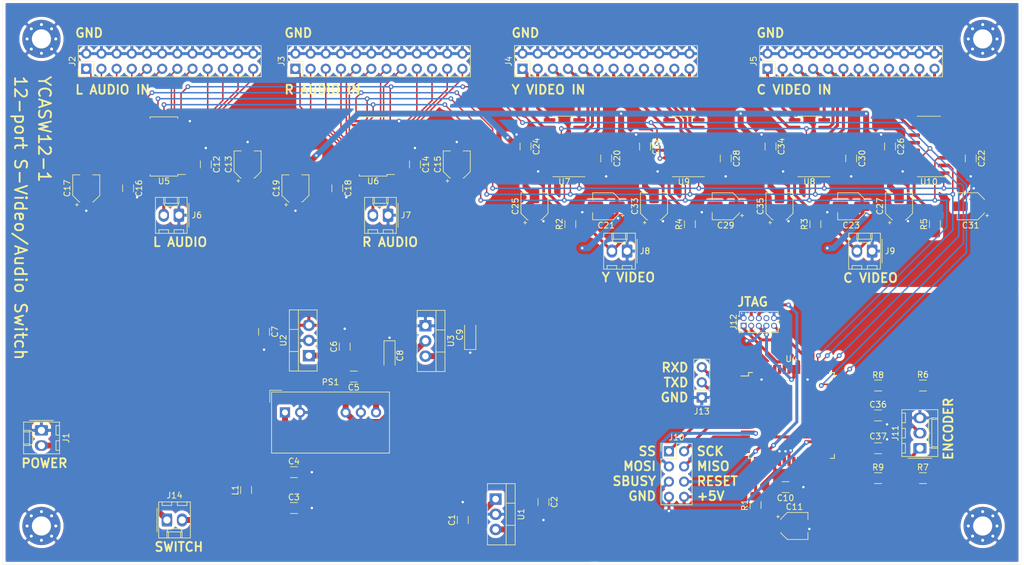
<source format=kicad_pcb>
(kicad_pcb (version 20171130) (host pcbnew 5.1.6)
  (title_block (title "12-port S-Video/Audio Switch") (date 2020-08-19) (rev 1) (company "Thomas Sowell"))
  (layers (0 Front signal) (31 Back signal) (34 B.Paste user) (35 F.Paste user) (36 B.SilkS user) (37 F.SilkS user) (38 B.Mask user) (39 F.Mask user) (44 Edge.Cuts user))
  (net 0 "")
  (net 1 GND)
  (net 2 "Net-(C1-Pad1)")
  (net 3 +5V)
  (net 4 "Net-(C4-Pad1)")
  (net 5 "Net-(C5-Pad2)")
  (net 6 "Net-(C5-Pad1)")
  (net 7 +5VA)
  (net 8 -5VA)
  (net 9 "Net-(C36-Pad1)")
  (net 10 "Net-(C37-Pad1)")
  (net 11 /r11)
  (net 12 /l11)
  (net 13 /r10)
  (net 14 /l10)
  (net 15 /r9)
  (net 16 /l9)
  (net 17 /r8)
  (net 18 /l8)
  (net 19 /r7)
  (net 20 /l7)
  (net 21 /r6)
  (net 22 /l6)
  (net 23 /r5)
  (net 24 /l5)
  (net 25 /r4)
  (net 26 /l4)
  (net 27 /r3)
  (net 28 /l3)
  (net 29 /r2)
  (net 30 /l2)
  (net 31 /r1)
  (net 32 /l1)
  (net 33 /r0)
  (net 34 /l0)
  (net 35 /c11)
  (net 36 /y11)
  (net 37 /c10)
  (net 38 /y10)
  (net 39 /c9)
  (net 40 /y9)
  (net 41 /c8)
  (net 42 /y8)
  (net 43 /c7)
  (net 44 /y7)
  (net 45 /c6)
  (net 46 /y6)
  (net 47 /c5)
  (net 48 /y5)
  (net 49 /c4)
  (net 50 /y4)
  (net 51 /c3)
  (net 52 /y3)
  (net 53 /c2)
  (net 54 /y2)
  (net 55 /c1)
  (net 56 /y1)
  (net 57 /c0)
  (net 58 /y0)
  (net 59 /c_out)
  (net 60 /y_out)
  (net 61 /r_out)
  (net 62 /l_out)
  (net 63 /reset)
  (net 64 /sbusy)
  (net 65 /miso)
  (net 66 /mosi)
  (net 67 /sck)
  (net 68 /ss)
  (net 69 /txd0)
  (net 70 /rxd0)
  (net 71 "Net-(R2-Pad2)")
  (net 72 "Net-(R3-Pad2)")
  (net 73 "Net-(R4-Pad2)")
  (net 74 "Net-(R5-Pad2)")
  (net 75 "Net-(U4-Pad62)")
  (net 76 "Net-(U4-Pad61)")
  (net 77 "Net-(U4-Pad60)")
  (net 78 "Net-(U4-Pad59)")
  (net 79 "Net-(U4-Pad58)")
  (net 80 /a0)
  (net 81 /a1)
  (net 82 /a2)
  (net 83 /a3)
  (net 84 /a4)
  (net 85 "Net-(U4-Pad46)")
  (net 86 "Net-(U4-Pad45)")
  (net 87 "Net-(U4-Pad44)")
  (net 88 "Net-(U4-Pad43)")
  (net 89 "Net-(U4-Pad42)")
  (net 90 "Net-(U4-Pad41)")
  (net 91 "Net-(U4-Pad40)")
  (net 92 "Net-(U4-Pad39)")
  (net 93 "Net-(U4-Pad38)")
  (net 94 "Net-(U4-Pad37)")
  (net 95 "Net-(U4-Pad34)")
  (net 96 "Net-(U4-Pad33)")
  (net 97 "Net-(U4-Pad32)")
  (net 98 "Net-(U4-Pad31)")
  (net 99 "Net-(U4-Pad30)")
  (net 100 "Net-(U4-Pad29)")
  (net 101 "Net-(U4-Pad28)")
  (net 102 "Net-(U4-Pad27)")
  (net 103 "Net-(U4-Pad19)")
  (net 104 "Net-(U4-Pad18)")
  (net 105 "Net-(U4-Pad17)")
  (net 106 "Net-(U4-Pad16)")
  (net 107 "Net-(U4-Pad15)")
  (net 108 "Net-(U4-Pad14)")
  (net 109 "Net-(U4-Pad9)")
  (net 110 "Net-(U4-Pad8)")
  (net 111 "Net-(U4-Pad7)")
  (net 112 "Net-(U4-Pad6)")
  (net 113 "Net-(U4-Pad5)")
  (net 114 "Net-(U4-Pad4)")
  (net 115 "Net-(U4-Pad1)")
  (net 116 "Net-(U5-Pad5)")
  (net 117 "Net-(U5-Pad4)")
  (net 118 "Net-(U6-Pad5)")
  (net 119 "Net-(U6-Pad4)")
  (net 120 "Net-(U9-Pad12)")
  (net 121 "Net-(U9-Pad11)")
  (net 122 "Net-(U10-Pad12)")
  (net 123 "Net-(U10-Pad11)")
  (net 124 "Net-(U5-Pad26)")
  (net 125 "Net-(U6-Pad26)")
  (net 126 "Net-(U7-Pad12)")
  (net 127 "Net-(U7-Pad11)")
  (net 128 "Net-(U8-Pad12)")
  (net 129 "Net-(U8-Pad11)")
  (net 130 "Net-(J11-Pad2)")
  (net 131 "Net-(J11-Pad1)")
  (net 132 "Net-(J12-Pad9)")
  (net 133 "Net-(J12-Pad8)")
  (net 134 "Net-(J12-Pad6)")
  (net 135 "Net-(J12-Pad5)")
  (net 136 "Net-(J12-Pad3)")
  (net 137 "Net-(J12-Pad1)")
  (net 138 "Net-(J1-Pad2)")
  (net 139 "Net-(U5-Pad25)")
  (net 140 "Net-(U6-Pad25)")
  (module Package_SO:SOIC-16_3.9x9.9mm_P1.27mm (layer Front) (at 214.5 73 180)
    (fp_text reference U10 (at 0 -5.9) (layer F.SilkS))
    (fp_text value MAX4315)
    (pad 16 smd roundrect (at 2.475 -4.445 180) (size 1.95 0.6) (layers Front F.Paste F.Mask) (net 74 "Net-(R5-Pad2)"))
    (pad 15 smd roundrect (at 2.475 -3.175 180) (size 1.95 0.6) (layers Front F.Paste F.Mask) (net 1 GND))
    (pad 14 smd roundrect (at 2.475 -1.905 180) (size 1.95 0.6) (layers Front F.Paste F.Mask) (net 83 /a3))
    (pad 13 smd roundrect (at 2.475 -0.635 180) (size 1.95 0.6) (layers Front F.Paste F.Mask) (net 8 -5VA))
    (pad 12 smd roundrect (at 2.475 0.635 180) (size 1.95 0.6) (layers Front F.Paste F.Mask) (net 122 "Net-(U10-Pad12)"))
    (pad 11 smd roundrect (at 2.475 1.905 180) (size 1.95 0.6) (layers Front F.Paste F.Mask) (net 123 "Net-(U10-Pad11)"))
    (pad 10 smd roundrect (at 2.475 3.175 180) (size 1.95 0.6) (layers Front F.Paste F.Mask) (net 45 /c6))
    (pad 9 smd roundrect (at 2.475 4.445 180) (size 1.95 0.6) (layers Front F.Paste F.Mask) (net 43 /c7))
    (pad 8 smd roundrect (at -2.475 4.445 180) (size 1.95 0.6) (layers Front F.Paste F.Mask) (net 35 /c11))
    (pad 7 smd roundrect (at -2.475 3.175 180) (size 1.95 0.6) (layers Front F.Paste F.Mask) (net 37 /c10))
    (pad 6 smd roundrect (at -2.475 1.905 180) (size 1.95 0.6) (layers Front F.Paste F.Mask) (net 39 /c9))
    (pad 5 smd roundrect (at -2.475 0.635 180) (size 1.95 0.6) (layers Front F.Paste F.Mask) (net 41 /c8))
    (pad 4 smd roundrect (at -2.475 -0.635 180) (size 1.95 0.6) (layers Front F.Paste F.Mask) (net 7 +5VA))
    (pad 3 smd roundrect (at -2.475 -1.905 180) (size 1.95 0.6) (layers Front F.Paste F.Mask) (net 80 /a0))
    (pad 2 smd roundrect (at -2.475 -3.175 180) (size 1.95 0.6) (layers Front F.Paste F.Mask) (net 81 /a1))
    (pad 1 smd roundrect (at -2.475 -4.445 180) (size 1.95 0.6) (layers Front F.Paste F.Mask) (net 82 /a2))
  )
  (module Package_SO:SOIC-16_3.9x9.9mm_P1.27mm (layer Front) (at 173.5 73 180)
    (fp_text reference U9 (at 0 -5.9) (layer F.SilkS))
    (fp_text value MAX4315)
    (pad 16 smd roundrect (at 2.475 -4.445 180) (size 1.95 0.6) (layers Front F.Paste F.Mask) (net 73 "Net-(R4-Pad2)"))
    (pad 15 smd roundrect (at 2.475 -3.175 180) (size 1.95 0.6) (layers Front F.Paste F.Mask) (net 1 GND))
    (pad 14 smd roundrect (at 2.475 -1.905 180) (size 1.95 0.6) (layers Front F.Paste F.Mask) (net 83 /a3))
    (pad 13 smd roundrect (at 2.475 -0.635 180) (size 1.95 0.6) (layers Front F.Paste F.Mask) (net 8 -5VA))
    (pad 12 smd roundrect (at 2.475 0.635 180) (size 1.95 0.6) (layers Front F.Paste F.Mask) (net 120 "Net-(U9-Pad12)"))
    (pad 11 smd roundrect (at 2.475 1.905 180) (size 1.95 0.6) (layers Front F.Paste F.Mask) (net 121 "Net-(U9-Pad11)"))
    (pad 10 smd roundrect (at 2.475 3.175 180) (size 1.95 0.6) (layers Front F.Paste F.Mask) (net 46 /y6))
    (pad 9 smd roundrect (at 2.475 4.445 180) (size 1.95 0.6) (layers Front F.Paste F.Mask) (net 44 /y7))
    (pad 8 smd roundrect (at -2.475 4.445 180) (size 1.95 0.6) (layers Front F.Paste F.Mask) (net 36 /y11))
    (pad 7 smd roundrect (at -2.475 3.175 180) (size 1.95 0.6) (layers Front F.Paste F.Mask) (net 38 /y10))
    (pad 6 smd roundrect (at -2.475 1.905 180) (size 1.95 0.6) (layers Front F.Paste F.Mask) (net 40 /y9))
    (pad 5 smd roundrect (at -2.475 0.635 180) (size 1.95 0.6) (layers Front F.Paste F.Mask) (net 42 /y8))
    (pad 4 smd roundrect (at -2.475 -0.635 180) (size 1.95 0.6) (layers Front F.Paste F.Mask) (net 7 +5VA))
    (pad 3 smd roundrect (at -2.475 -1.905 180) (size 1.95 0.6) (layers Front F.Paste F.Mask) (net 80 /a0))
    (pad 2 smd roundrect (at -2.475 -3.175 180) (size 1.95 0.6) (layers Front F.Paste F.Mask) (net 81 /a1))
    (pad 1 smd roundrect (at -2.475 -4.445 180) (size 1.95 0.6) (layers Front F.Paste F.Mask) (net 82 /a2))
  )
  (module Package_SO:SOIC-16_3.9x9.9mm_P1.27mm (layer Front) (at 194.5 73 180)
    (fp_text reference U8 (at 0 -5.9) (layer F.SilkS))
    (fp_text value MAX4315)
    (pad 16 smd roundrect (at 2.475 -4.445 180) (size 1.95 0.6) (layers Front F.Paste F.Mask) (net 72 "Net-(R3-Pad2)"))
    (pad 15 smd roundrect (at 2.475 -3.175 180) (size 1.95 0.6) (layers Front F.Paste F.Mask) (net 1 GND))
    (pad 14 smd roundrect (at 2.475 -1.905 180) (size 1.95 0.6) (layers Front F.Paste F.Mask) (net 84 /a4))
    (pad 13 smd roundrect (at 2.475 -0.635 180) (size 1.95 0.6) (layers Front F.Paste F.Mask) (net 8 -5VA))
    (pad 12 smd roundrect (at 2.475 0.635 180) (size 1.95 0.6) (layers Front F.Paste F.Mask) (net 128 "Net-(U8-Pad12)"))
    (pad 11 smd roundrect (at 2.475 1.905 180) (size 1.95 0.6) (layers Front F.Paste F.Mask) (net 129 "Net-(U8-Pad11)"))
    (pad 10 smd roundrect (at 2.475 3.175 180) (size 1.95 0.6) (layers Front F.Paste F.Mask) (net 57 /c0))
    (pad 9 smd roundrect (at 2.475 4.445 180) (size 1.95 0.6) (layers Front F.Paste F.Mask) (net 55 /c1))
    (pad 8 smd roundrect (at -2.475 4.445 180) (size 1.95 0.6) (layers Front F.Paste F.Mask) (net 53 /c2))
    (pad 7 smd roundrect (at -2.475 3.175 180) (size 1.95 0.6) (layers Front F.Paste F.Mask) (net 51 /c3))
    (pad 6 smd roundrect (at -2.475 1.905 180) (size 1.95 0.6) (layers Front F.Paste F.Mask) (net 49 /c4))
    (pad 5 smd roundrect (at -2.475 0.635 180) (size 1.95 0.6) (layers Front F.Paste F.Mask) (net 47 /c5))
    (pad 4 smd roundrect (at -2.475 -0.635 180) (size 1.95 0.6) (layers Front F.Paste F.Mask) (net 7 +5VA))
    (pad 3 smd roundrect (at -2.475 -1.905 180) (size 1.95 0.6) (layers Front F.Paste F.Mask) (net 80 /a0))
    (pad 2 smd roundrect (at -2.475 -3.175 180) (size 1.95 0.6) (layers Front F.Paste F.Mask) (net 81 /a1))
    (pad 1 smd roundrect (at -2.475 -4.445 180) (size 1.95 0.6) (layers Front F.Paste F.Mask) (net 82 /a2))
  )
  (module Package_SO:SOIC-16_3.9x9.9mm_P1.27mm (layer Front) (at 153.5 73 180)
    (fp_text reference U7 (at 0 -5.9) (layer F.SilkS))
    (fp_text value MAX4315)
    (pad 16 smd roundrect (at 2.475 -4.445 180) (size 1.95 0.6) (layers Front F.Paste F.Mask) (net 71 "Net-(R2-Pad2)"))
    (pad 15 smd roundrect (at 2.475 -3.175 180) (size 1.95 0.6) (layers Front F.Paste F.Mask) (net 1 GND))
    (pad 14 smd roundrect (at 2.475 -1.905 180) (size 1.95 0.6) (layers Front F.Paste F.Mask) (net 84 /a4))
    (pad 13 smd roundrect (at 2.475 -0.635 180) (size 1.95 0.6) (layers Front F.Paste F.Mask) (net 8 -5VA))
    (pad 12 smd roundrect (at 2.475 0.635 180) (size 1.95 0.6) (layers Front F.Paste F.Mask) (net 126 "Net-(U7-Pad12)"))
    (pad 11 smd roundrect (at 2.475 1.905 180) (size 1.95 0.6) (layers Front F.Paste F.Mask) (net 127 "Net-(U7-Pad11)"))
    (pad 10 smd roundrect (at 2.475 3.175 180) (size 1.95 0.6) (layers Front F.Paste F.Mask) (net 58 /y0))
    (pad 9 smd roundrect (at 2.475 4.445 180) (size 1.95 0.6) (layers Front F.Paste F.Mask) (net 56 /y1))
    (pad 8 smd roundrect (at -2.475 4.445 180) (size 1.95 0.6) (layers Front F.Paste F.Mask) (net 54 /y2))
    (pad 7 smd roundrect (at -2.475 3.175 180) (size 1.95 0.6) (layers Front F.Paste F.Mask) (net 52 /y3))
    (pad 6 smd roundrect (at -2.475 1.905 180) (size 1.95 0.6) (layers Front F.Paste F.Mask) (net 50 /y4))
    (pad 5 smd roundrect (at -2.475 0.635 180) (size 1.95 0.6) (layers Front F.Paste F.Mask) (net 48 /y5))
    (pad 4 smd roundrect (at -2.475 -0.635 180) (size 1.95 0.6) (layers Front F.Paste F.Mask) (net 7 +5VA))
    (pad 3 smd roundrect (at -2.475 -1.905 180) (size 1.95 0.6) (layers Front F.Paste F.Mask) (net 80 /a0))
    (pad 2 smd roundrect (at -2.475 -3.175 180) (size 1.95 0.6) (layers Front F.Paste F.Mask) (net 81 /a1))
    (pad 1 smd roundrect (at -2.475 -4.445 180) (size 1.95 0.6) (layers Front F.Paste F.Mask) (net 82 /a2))
  )
  (module Connector_Molex:Molex_KK-254_AE-6410-03A_1x03_P2.54mm_Vertical (layer Front) (at 213 123.5 90)
    (fp_text reference J11 (at 2.54 -4.12 90) (layer F.SilkS))
    (fp_text value Conn_01x03)
    (pad 3 thru_hole oval (at 5.08 0 90) (size 1.74 2.19) (drill 1.19) (layers *.Cu *.Mask) (net 1 GND))
    (pad 2 thru_hole oval (at 2.54 0 90) (size 1.74 2.19) (drill 1.19) (layers *.Cu *.Mask) (net 130 "Net-(J11-Pad2)"))
    (pad 1 thru_hole roundrect (at 0 0 90) (size 1.74 2.19) (drill 1.19) (layers *.Cu *.Mask) (roundrect_rratio 0.143678) (net 131 "Net-(J11-Pad1)"))
  )
  (module Connector_Molex:Molex_KK-254_AE-6410-02A_1x02_P2.54mm_Vertical (layer Front) (at 87 135.5)
    (fp_text reference J14 (at 1.27 -4.12) (layer F.SilkS))
    (fp_text value Conn_01x02)
    (pad 2 thru_hole oval (at 2.54 0) (size 1.74 2.19) (drill 1.19) (layers *.Cu *.Mask) (net 2 "Net-(C1-Pad1)"))
    (pad 1 thru_hole roundrect (at 0 0) (size 1.74 2.19) (drill 1.19) (layers *.Cu *.Mask) (roundrect_rratio 0.143678) (net 138 "Net-(J1-Pad2)"))
  )
  (module Connector_Molex:Molex_KK-254_AE-6410-02A_1x02_P2.54mm_Vertical (layer Front) (at 205 90.5 180)
    (fp_text reference J9 (at -3 0) (layer F.SilkS))
    (fp_text value Conn_01x02)
    (pad 2 thru_hole oval (at 2.54 0 180) (size 1.74 2.19) (drill 1.19) (layers *.Cu *.Mask) (net 59 /c_out))
    (pad 1 thru_hole roundrect (at 0 0 180) (size 1.74 2.19) (drill 1.19) (layers *.Cu *.Mask) (roundrect_rratio 0.143678) (net 1 GND))
  )
  (module Connector_Molex:Molex_KK-254_AE-6410-02A_1x02_P2.54mm_Vertical (layer Front) (at 164 90.5 180)
    (fp_text reference J8 (at -3 0) (layer F.SilkS))
    (fp_text value Conn_01x02)
    (pad 2 thru_hole oval (at 2.54 0 180) (size 1.74 2.19) (drill 1.19) (layers *.Cu *.Mask) (net 60 /y_out))
    (pad 1 thru_hole roundrect (at 0 0 180) (size 1.74 2.19) (drill 1.19) (layers *.Cu *.Mask) (roundrect_rratio 0.143678) (net 1 GND))
  )
  (module Connector_Molex:Molex_KK-254_AE-6410-02A_1x02_P2.54mm_Vertical (layer Front) (at 124 84.5 180)
    (fp_text reference J7 (at -3 0) (layer F.SilkS))
    (fp_text value Conn_01x02)
    (pad 2 thru_hole oval (at 2.54 0 180) (size 1.74 2.19) (drill 1.19) (layers *.Cu *.Mask) (net 61 /r_out))
    (pad 1 thru_hole roundrect (at 0 0 180) (size 1.74 2.19) (drill 1.19) (layers *.Cu *.Mask) (roundrect_rratio 0.143678) (net 1 GND))
  )
  (module Connector_Molex:Molex_KK-254_AE-6410-02A_1x02_P2.54mm_Vertical (layer Front) (at 89 84.5 180)
    (fp_text reference J6 (at -3 0) (layer F.SilkS))
    (fp_text value Conn_01x02)
    (pad 2 thru_hole oval (at 2.54 0 180) (size 1.74 2.19) (drill 1.19) (layers *.Cu *.Mask) (net 62 /l_out))
    (pad 1 thru_hole roundrect (at 0 0 180) (size 1.74 2.19) (drill 1.19) (layers *.Cu *.Mask) (roundrect_rratio 0.143678) (net 1 GND))
  )
  (module Connector_Molex:Molex_KK-254_AE-6410-02A_1x02_P2.54mm_Vertical (layer Front) (at 66 120.5 270)
    (fp_text reference J1 (at 1.27 -4.12 90) (layer F.SilkS))
    (fp_text value Conn_01x02)
    (pad 2 thru_hole oval (at 2.54 0 270) (size 1.74 2.19) (drill 1.19) (layers *.Cu *.Mask) (net 138 "Net-(J1-Pad2)"))
    (pad 1 thru_hole roundrect (at 0 0 270) (size 1.74 2.19) (drill 1.19) (layers *.Cu *.Mask) (roundrect_rratio 0.143678) (net 1 GND))
  )
  (module MountingHole:MountingHole_3.2mm_M3_Pad_Via (layer Front) (at 223.5 136.5)
    (fp_text reference H4)
    (fp_text value MountingHole_Pad)
    (pad 1 thru_hole circle (at 1.697056 -1.697056) (size 0.8 0.8) (drill 0.5) (layers *.Cu *.Mask) (net 1 GND))
    (pad 1 thru_hole circle (at 0 -2.4) (size 0.8 0.8) (drill 0.5) (layers *.Cu *.Mask) (net 1 GND))
    (pad 1 thru_hole circle (at -1.697056 -1.697056) (size 0.8 0.8) (drill 0.5) (layers *.Cu *.Mask) (net 1 GND))
    (pad 1 thru_hole circle (at -2.4 0) (size 0.8 0.8) (drill 0.5) (layers *.Cu *.Mask) (net 1 GND))
    (pad 1 thru_hole circle (at -1.697056 1.697056) (size 0.8 0.8) (drill 0.5) (layers *.Cu *.Mask) (net 1 GND))
    (pad 1 thru_hole circle (at 0 2.4) (size 0.8 0.8) (drill 0.5) (layers *.Cu *.Mask) (net 1 GND))
    (pad 1 thru_hole circle (at 1.697056 1.697056) (size 0.8 0.8) (drill 0.5) (layers *.Cu *.Mask) (net 1 GND))
    (pad 1 thru_hole circle (at 2.4 0) (size 0.8 0.8) (drill 0.5) (layers *.Cu *.Mask) (net 1 GND))
    (pad 1 thru_hole circle (at 0 0) (size 6.4 6.4) (drill 3.2) (layers *.Cu *.Mask) (net 1 GND))
  )
  (module MountingHole:MountingHole_3.2mm_M3_Pad_Via (layer Front) (at 66 136.5)
    (fp_text reference H3)
    (fp_text value MountingHole_Pad)
    (pad 1 thru_hole circle (at 1.697056 -1.697056) (size 0.8 0.8) (drill 0.5) (layers *.Cu *.Mask) (net 1 GND))
    (pad 1 thru_hole circle (at 0 -2.4) (size 0.8 0.8) (drill 0.5) (layers *.Cu *.Mask) (net 1 GND))
    (pad 1 thru_hole circle (at -1.697056 -1.697056) (size 0.8 0.8) (drill 0.5) (layers *.Cu *.Mask) (net 1 GND))
    (pad 1 thru_hole circle (at -2.4 0) (size 0.8 0.8) (drill 0.5) (layers *.Cu *.Mask) (net 1 GND))
    (pad 1 thru_hole circle (at -1.697056 1.697056) (size 0.8 0.8) (drill 0.5) (layers *.Cu *.Mask) (net 1 GND))
    (pad 1 thru_hole circle (at 0 2.4) (size 0.8 0.8) (drill 0.5) (layers *.Cu *.Mask) (net 1 GND))
    (pad 1 thru_hole circle (at 1.697056 1.697056) (size 0.8 0.8) (drill 0.5) (layers *.Cu *.Mask) (net 1 GND))
    (pad 1 thru_hole circle (at 2.4 0) (size 0.8 0.8) (drill 0.5) (layers *.Cu *.Mask) (net 1 GND))
    (pad 1 thru_hole circle (at 0 0) (size 6.4 6.4) (drill 3.2) (layers *.Cu *.Mask) (net 1 GND))
  )
  (module MountingHole:MountingHole_3.2mm_M3_Pad_Via (layer Front) (at 223.5 55)
    (fp_text reference H2)
    (fp_text value MountingHole_Pad)
    (pad 1 thru_hole circle (at 1.697056 -1.697056) (size 0.8 0.8) (drill 0.5) (layers *.Cu *.Mask) (net 1 GND))
    (pad 1 thru_hole circle (at 0 -2.4) (size 0.8 0.8) (drill 0.5) (layers *.Cu *.Mask) (net 1 GND))
    (pad 1 thru_hole circle (at -1.697056 -1.697056) (size 0.8 0.8) (drill 0.5) (layers *.Cu *.Mask) (net 1 GND))
    (pad 1 thru_hole circle (at -2.4 0) (size 0.8 0.8) (drill 0.5) (layers *.Cu *.Mask) (net 1 GND))
    (pad 1 thru_hole circle (at -1.697056 1.697056) (size 0.8 0.8) (drill 0.5) (layers *.Cu *.Mask) (net 1 GND))
    (pad 1 thru_hole circle (at 0 2.4) (size 0.8 0.8) (drill 0.5) (layers *.Cu *.Mask) (net 1 GND))
    (pad 1 thru_hole circle (at 1.697056 1.697056) (size 0.8 0.8) (drill 0.5) (layers *.Cu *.Mask) (net 1 GND))
    (pad 1 thru_hole circle (at 2.4 0) (size 0.8 0.8) (drill 0.5) (layers *.Cu *.Mask) (net 1 GND))
    (pad 1 thru_hole circle (at 0 0) (size 6.4 6.4) (drill 3.2) (layers *.Cu *.Mask) (net 1 GND))
  )
  (module MountingHole:MountingHole_3.2mm_M3_Pad_Via (layer Front) (at 66 55)
    (fp_text reference H1)
    (fp_text value MountingHole_Pad)
    (pad 1 thru_hole circle (at 1.697056 -1.697056) (size 0.8 0.8) (drill 0.5) (layers *.Cu *.Mask) (net 1 GND))
    (pad 1 thru_hole circle (at 0 -2.4) (size 0.8 0.8) (drill 0.5) (layers *.Cu *.Mask) (net 1 GND))
    (pad 1 thru_hole circle (at -1.697056 -1.697056) (size 0.8 0.8) (drill 0.5) (layers *.Cu *.Mask) (net 1 GND))
    (pad 1 thru_hole circle (at -2.4 0) (size 0.8 0.8) (drill 0.5) (layers *.Cu *.Mask) (net 1 GND))
    (pad 1 thru_hole circle (at -1.697056 1.697056) (size 0.8 0.8) (drill 0.5) (layers *.Cu *.Mask) (net 1 GND))
    (pad 1 thru_hole circle (at 0 2.4) (size 0.8 0.8) (drill 0.5) (layers *.Cu *.Mask) (net 1 GND))
    (pad 1 thru_hole circle (at 1.697056 1.697056) (size 0.8 0.8) (drill 0.5) (layers *.Cu *.Mask) (net 1 GND))
    (pad 1 thru_hole circle (at 2.4 0) (size 0.8 0.8) (drill 0.5) (layers *.Cu *.Mask) (net 1 GND))
    (pad 1 thru_hole circle (at 0 0) (size 6.4 6.4) (drill 3.2) (layers *.Cu *.Mask) (net 1 GND))
  )
  (module Connector_PinHeader_2.54mm:PinHeader_2x12_P2.54mm_Vertical (layer Front) (at 187.5 60 90)
    (fp_text reference J5 (at 1.27 -2.33 90) (layer F.SilkS))
    (fp_text value Conn_02x12_Odd_Even)
    (pad 1 thru_hole rect (at 0 0 90) (size 1.7 1.7) (drill 1) (layers *.Cu *.Mask) (net 57 /c0))
    (pad 2 thru_hole oval (at 2.54 0 90) (size 1.7 1.7) (drill 1) (layers *.Cu *.Mask) (net 1 GND))
    (pad 3 thru_hole oval (at 0 2.54 90) (size 1.7 1.7) (drill 1) (layers *.Cu *.Mask) (net 55 /c1))
    (pad 4 thru_hole oval (at 2.54 2.54 90) (size 1.7 1.7) (drill 1) (layers *.Cu *.Mask) (net 1 GND))
    (pad 5 thru_hole oval (at 0 5.08 90) (size 1.7 1.7) (drill 1) (layers *.Cu *.Mask) (net 53 /c2))
    (pad 6 thru_hole oval (at 2.54 5.08 90) (size 1.7 1.7) (drill 1) (layers *.Cu *.Mask) (net 1 GND))
    (pad 7 thru_hole oval (at 0 7.62 90) (size 1.7 1.7) (drill 1) (layers *.Cu *.Mask) (net 51 /c3))
    (pad 8 thru_hole oval (at 2.54 7.62 90) (size 1.7 1.7) (drill 1) (layers *.Cu *.Mask) (net 1 GND))
    (pad 9 thru_hole oval (at 0 10.16 90) (size 1.7 1.7) (drill 1) (layers *.Cu *.Mask) (net 49 /c4))
    (pad 10 thru_hole oval (at 2.54 10.16 90) (size 1.7 1.7) (drill 1) (layers *.Cu *.Mask) (net 1 GND))
    (pad 11 thru_hole oval (at 0 12.7 90) (size 1.7 1.7) (drill 1) (layers *.Cu *.Mask) (net 47 /c5))
    (pad 12 thru_hole oval (at 2.54 12.7 90) (size 1.7 1.7) (drill 1) (layers *.Cu *.Mask) (net 1 GND))
    (pad 13 thru_hole oval (at 0 15.24 90) (size 1.7 1.7) (drill 1) (layers *.Cu *.Mask) (net 45 /c6))
    (pad 14 thru_hole oval (at 2.54 15.24 90) (size 1.7 1.7) (drill 1) (layers *.Cu *.Mask) (net 1 GND))
    (pad 15 thru_hole oval (at 0 17.78 90) (size 1.7 1.7) (drill 1) (layers *.Cu *.Mask) (net 43 /c7))
    (pad 16 thru_hole oval (at 2.54 17.78 90) (size 1.7 1.7) (drill 1) (layers *.Cu *.Mask) (net 1 GND))
    (pad 17 thru_hole oval (at 0 20.32 90) (size 1.7 1.7) (drill 1) (layers *.Cu *.Mask) (net 41 /c8))
    (pad 18 thru_hole oval (at 2.54 20.32 90) (size 1.7 1.7) (drill 1) (layers *.Cu *.Mask) (net 1 GND))
    (pad 19 thru_hole oval (at 0 22.86 90) (size 1.7 1.7) (drill 1) (layers *.Cu *.Mask) (net 39 /c9))
    (pad 20 thru_hole oval (at 2.54 22.86 90) (size 1.7 1.7) (drill 1) (layers *.Cu *.Mask) (net 1 GND))
    (pad 21 thru_hole oval (at 0 25.4 90) (size 1.7 1.7) (drill 1) (layers *.Cu *.Mask) (net 37 /c10))
    (pad 22 thru_hole oval (at 2.54 25.4 90) (size 1.7 1.7) (drill 1) (layers *.Cu *.Mask) (net 1 GND))
    (pad 23 thru_hole oval (at 0 27.94 90) (size 1.7 1.7) (drill 1) (layers *.Cu *.Mask) (net 35 /c11))
    (pad 24 thru_hole oval (at 2.54 27.94 90) (size 1.7 1.7) (drill 1) (layers *.Cu *.Mask) (net 1 GND))
  )
  (module Connector_PinHeader_2.54mm:PinHeader_2x12_P2.54mm_Vertical (layer Front) (at 146.5 60 90)
    (fp_text reference J4 (at 1.27 -2.33 90) (layer F.SilkS))
    (fp_text value Conn_02x12_Odd_Even)
    (pad 1 thru_hole rect (at 0 0 90) (size 1.7 1.7) (drill 1) (layers *.Cu *.Mask) (net 58 /y0))
    (pad 2 thru_hole oval (at 2.54 0 90) (size 1.7 1.7) (drill 1) (layers *.Cu *.Mask) (net 1 GND))
    (pad 3 thru_hole oval (at 0 2.54 90) (size 1.7 1.7) (drill 1) (layers *.Cu *.Mask) (net 56 /y1))
    (pad 4 thru_hole oval (at 2.54 2.54 90) (size 1.7 1.7) (drill 1) (layers *.Cu *.Mask) (net 1 GND))
    (pad 5 thru_hole oval (at 0 5.08 90) (size 1.7 1.7) (drill 1) (layers *.Cu *.Mask) (net 54 /y2))
    (pad 6 thru_hole oval (at 2.54 5.08 90) (size 1.7 1.7) (drill 1) (layers *.Cu *.Mask) (net 1 GND))
    (pad 7 thru_hole oval (at 0 7.62 90) (size 1.7 1.7) (drill 1) (layers *.Cu *.Mask) (net 52 /y3))
    (pad 8 thru_hole oval (at 2.54 7.62 90) (size 1.7 1.7) (drill 1) (layers *.Cu *.Mask) (net 1 GND))
    (pad 9 thru_hole oval (at 0 10.16 90) (size 1.7 1.7) (drill 1) (layers *.Cu *.Mask) (net 50 /y4))
    (pad 10 thru_hole oval (at 2.54 10.16 90) (size 1.7 1.7) (drill 1) (layers *.Cu *.Mask) (net 1 GND))
    (pad 11 thru_hole oval (at 0 12.7 90) (size 1.7 1.7) (drill 1) (layers *.Cu *.Mask) (net 48 /y5))
    (pad 12 thru_hole oval (at 2.54 12.7 90) (size 1.7 1.7) (drill 1) (layers *.Cu *.Mask) (net 1 GND))
    (pad 13 thru_hole oval (at 0 15.24 90) (size 1.7 1.7) (drill 1) (layers *.Cu *.Mask) (net 46 /y6))
    (pad 14 thru_hole oval (at 2.54 15.24 90) (size 1.7 1.7) (drill 1) (layers *.Cu *.Mask) (net 1 GND))
    (pad 15 thru_hole oval (at 0 17.78 90) (size 1.7 1.7) (drill 1) (layers *.Cu *.Mask) (net 44 /y7))
    (pad 16 thru_hole oval (at 2.54 17.78 90) (size 1.7 1.7) (drill 1) (layers *.Cu *.Mask) (net 1 GND))
    (pad 17 thru_hole oval (at 0 20.32 90) (size 1.7 1.7) (drill 1) (layers *.Cu *.Mask) (net 42 /y8))
    (pad 18 thru_hole oval (at 2.54 20.32 90) (size 1.7 1.7) (drill 1) (layers *.Cu *.Mask) (net 1 GND))
    (pad 19 thru_hole oval (at 0 22.86 90) (size 1.7 1.7) (drill 1) (layers *.Cu *.Mask) (net 40 /y9))
    (pad 20 thru_hole oval (at 2.54 22.86 90) (size 1.7 1.7) (drill 1) (layers *.Cu *.Mask) (net 1 GND))
    (pad 21 thru_hole oval (at 0 25.4 90) (size 1.7 1.7) (drill 1) (layers *.Cu *.Mask) (net 38 /y10))
    (pad 22 thru_hole oval (at 2.54 25.4 90) (size 1.7 1.7) (drill 1) (layers *.Cu *.Mask) (net 1 GND))
    (pad 23 thru_hole oval (at 0 27.94 90) (size 1.7 1.7) (drill 1) (layers *.Cu *.Mask) (net 36 /y11))
    (pad 24 thru_hole oval (at 2.54 27.94 90) (size 1.7 1.7) (drill 1) (layers *.Cu *.Mask) (net 1 GND))
  )
  (module Connector_PinHeader_2.54mm:PinHeader_2x12_P2.54mm_Vertical (layer Front) (at 108.5 60 90)
    (fp_text reference J3 (at 1.27 -2.33 90) (layer F.SilkS))
    (fp_text value Conn_02x12_Odd_Even)
    (pad 1 thru_hole rect (at 0 0 90) (size 1.7 1.7) (drill 1) (layers *.Cu *.Mask) (net 33 /r0))
    (pad 2 thru_hole oval (at 2.54 0 90) (size 1.7 1.7) (drill 1) (layers *.Cu *.Mask) (net 1 GND))
    (pad 3 thru_hole oval (at 0 2.54 90) (size 1.7 1.7) (drill 1) (layers *.Cu *.Mask) (net 31 /r1))
    (pad 4 thru_hole oval (at 2.54 2.54 90) (size 1.7 1.7) (drill 1) (layers *.Cu *.Mask) (net 1 GND))
    (pad 5 thru_hole oval (at 0 5.08 90) (size 1.7 1.7) (drill 1) (layers *.Cu *.Mask) (net 29 /r2))
    (pad 6 thru_hole oval (at 2.54 5.08 90) (size 1.7 1.7) (drill 1) (layers *.Cu *.Mask) (net 1 GND))
    (pad 7 thru_hole oval (at 0 7.62 90) (size 1.7 1.7) (drill 1) (layers *.Cu *.Mask) (net 27 /r3))
    (pad 8 thru_hole oval (at 2.54 7.62 90) (size 1.7 1.7) (drill 1) (layers *.Cu *.Mask) (net 1 GND))
    (pad 9 thru_hole oval (at 0 10.16 90) (size 1.7 1.7) (drill 1) (layers *.Cu *.Mask) (net 25 /r4))
    (pad 10 thru_hole oval (at 2.54 10.16 90) (size 1.7 1.7) (drill 1) (layers *.Cu *.Mask) (net 1 GND))
    (pad 11 thru_hole oval (at 0 12.7 90) (size 1.7 1.7) (drill 1) (layers *.Cu *.Mask) (net 23 /r5))
    (pad 12 thru_hole oval (at 2.54 12.7 90) (size 1.7 1.7) (drill 1) (layers *.Cu *.Mask) (net 1 GND))
    (pad 13 thru_hole oval (at 0 15.24 90) (size 1.7 1.7) (drill 1) (layers *.Cu *.Mask) (net 21 /r6))
    (pad 14 thru_hole oval (at 2.54 15.24 90) (size 1.7 1.7) (drill 1) (layers *.Cu *.Mask) (net 1 GND))
    (pad 15 thru_hole oval (at 0 17.78 90) (size 1.7 1.7) (drill 1) (layers *.Cu *.Mask) (net 19 /r7))
    (pad 16 thru_hole oval (at 2.54 17.78 90) (size 1.7 1.7) (drill 1) (layers *.Cu *.Mask) (net 1 GND))
    (pad 17 thru_hole oval (at 0 20.32 90) (size 1.7 1.7) (drill 1) (layers *.Cu *.Mask) (net 17 /r8))
    (pad 18 thru_hole oval (at 2.54 20.32 90) (size 1.7 1.7) (drill 1) (layers *.Cu *.Mask) (net 1 GND))
    (pad 19 thru_hole oval (at 0 22.86 90) (size 1.7 1.7) (drill 1) (layers *.Cu *.Mask) (net 15 /r9))
    (pad 20 thru_hole oval (at 2.54 22.86 90) (size 1.7 1.7) (drill 1) (layers *.Cu *.Mask) (net 1 GND))
    (pad 21 thru_hole oval (at 0 25.4 90) (size 1.7 1.7) (drill 1) (layers *.Cu *.Mask) (net 13 /r10))
    (pad 22 thru_hole oval (at 2.54 25.4 90) (size 1.7 1.7) (drill 1) (layers *.Cu *.Mask) (net 1 GND))
    (pad 23 thru_hole oval (at 0 27.94 90) (size 1.7 1.7) (drill 1) (layers *.Cu *.Mask) (net 11 /r11))
    (pad 24 thru_hole oval (at 2.54 27.94 90) (size 1.7 1.7) (drill 1) (layers *.Cu *.Mask) (net 1 GND))
  )
  (module Connector_PinHeader_2.54mm:PinHeader_2x12_P2.54mm_Vertical (layer Front) (at 73.5 60 90)
    (fp_text reference J2 (at 1.27 -2.33 90) (layer F.SilkS))
    (fp_text value Conn_02x12_Odd_Even)
    (pad 1 thru_hole rect (at 0 0 90) (size 1.7 1.7) (drill 1) (layers *.Cu *.Mask) (net 34 /l0))
    (pad 2 thru_hole oval (at 2.54 0 90) (size 1.7 1.7) (drill 1) (layers *.Cu *.Mask) (net 1 GND))
    (pad 3 thru_hole oval (at 0 2.54 90) (size 1.7 1.7) (drill 1) (layers *.Cu *.Mask) (net 32 /l1))
    (pad 4 thru_hole oval (at 2.54 2.54 90) (size 1.7 1.7) (drill 1) (layers *.Cu *.Mask) (net 1 GND))
    (pad 5 thru_hole oval (at 0 5.08 90) (size 1.7 1.7) (drill 1) (layers *.Cu *.Mask) (net 30 /l2))
    (pad 6 thru_hole oval (at 2.54 5.08 90) (size 1.7 1.7) (drill 1) (layers *.Cu *.Mask) (net 1 GND))
    (pad 7 thru_hole oval (at 0 7.62 90) (size 1.7 1.7) (drill 1) (layers *.Cu *.Mask) (net 28 /l3))
    (pad 8 thru_hole oval (at 2.54 7.62 90) (size 1.7 1.7) (drill 1) (layers *.Cu *.Mask) (net 1 GND))
    (pad 9 thru_hole oval (at 0 10.16 90) (size 1.7 1.7) (drill 1) (layers *.Cu *.Mask) (net 26 /l4))
    (pad 10 thru_hole oval (at 2.54 10.16 90) (size 1.7 1.7) (drill 1) (layers *.Cu *.Mask) (net 1 GND))
    (pad 11 thru_hole oval (at 0 12.7 90) (size 1.7 1.7) (drill 1) (layers *.Cu *.Mask) (net 24 /l5))
    (pad 12 thru_hole oval (at 2.54 12.7 90) (size 1.7 1.7) (drill 1) (layers *.Cu *.Mask) (net 1 GND))
    (pad 13 thru_hole oval (at 0 15.24 90) (size 1.7 1.7) (drill 1) (layers *.Cu *.Mask) (net 22 /l6))
    (pad 14 thru_hole oval (at 2.54 15.24 90) (size 1.7 1.7) (drill 1) (layers *.Cu *.Mask) (net 1 GND))
    (pad 15 thru_hole oval (at 0 17.78 90) (size 1.7 1.7) (drill 1) (layers *.Cu *.Mask) (net 20 /l7))
    (pad 16 thru_hole oval (at 2.54 17.78 90) (size 1.7 1.7) (drill 1) (layers *.Cu *.Mask) (net 1 GND))
    (pad 17 thru_hole oval (at 0 20.32 90) (size 1.7 1.7) (drill 1) (layers *.Cu *.Mask) (net 18 /l8))
    (pad 18 thru_hole oval (at 2.54 20.32 90) (size 1.7 1.7) (drill 1) (layers *.Cu *.Mask) (net 1 GND))
    (pad 19 thru_hole oval (at 0 22.86 90) (size 1.7 1.7) (drill 1) (layers *.Cu *.Mask) (net 16 /l9))
    (pad 20 thru_hole oval (at 2.54 22.86 90) (size 1.7 1.7) (drill 1) (layers *.Cu *.Mask) (net 1 GND))
    (pad 21 thru_hole oval (at 0 25.4 90) (size 1.7 1.7) (drill 1) (layers *.Cu *.Mask) (net 14 /l10))
    (pad 22 thru_hole oval (at 2.54 25.4 90) (size 1.7 1.7) (drill 1) (layers *.Cu *.Mask) (net 1 GND))
    (pad 23 thru_hole oval (at 0 27.94 90) (size 1.7 1.7) (drill 1) (layers *.Cu *.Mask) (net 12 /l11))
    (pad 24 thru_hole oval (at 2.54 27.94 90) (size 1.7 1.7) (drill 1) (layers *.Cu *.Mask) (net 1 GND))
  )
  (module Package_SO:TSSOP-28_4.4x9.7mm_P0.65mm (layer Front) (at 121.5 73 180)
    (fp_text reference U6 (at 0 -5.8) (layer F.SilkS))
    (fp_text value ADG1606)
    (pad 28 smd roundrect (at 2.8625 -4.225 180) (size 1.475 0.4) (layers Front F.Paste F.Mask) (net 61 /r_out))
    (pad 27 smd roundrect (at 2.8625 -3.575 180) (size 1.475 0.4) (layers Front F.Paste F.Mask) (net 8 -5VA))
    (pad 26 smd roundrect (at 2.8625 -2.925 180) (size 1.475 0.4) (layers Front F.Paste F.Mask) (net 125 "Net-(U6-Pad26)"))
    (pad 25 smd roundrect (at 2.8625 -2.275 180) (size 1.475 0.4) (layers Front F.Paste F.Mask) (net 140 "Net-(U6-Pad25)"))
    (pad 24 smd roundrect (at 2.8625 -1.625 180) (size 1.475 0.4) (layers Front F.Paste F.Mask) (net 33 /r0))
    (pad 23 smd roundrect (at 2.8625 -0.975 180) (size 1.475 0.4) (layers Front F.Paste F.Mask) (net 31 /r1))
    (pad 22 smd roundrect (at 2.8625 -0.325 180) (size 1.475 0.4) (layers Front F.Paste F.Mask) (net 29 /r2))
    (pad 21 smd roundrect (at 2.8625 0.325 180) (size 1.475 0.4) (layers Front F.Paste F.Mask) (net 27 /r3))
    (pad 20 smd roundrect (at 2.8625 0.975 180) (size 1.475 0.4) (layers Front F.Paste F.Mask) (net 25 /r4))
    (pad 19 smd roundrect (at 2.8625 1.625 180) (size 1.475 0.4) (layers Front F.Paste F.Mask) (net 23 /r5))
    (pad 18 smd roundrect (at 2.8625 2.275 180) (size 1.475 0.4) (layers Front F.Paste F.Mask) (net 7 +5VA))
    (pad 17 smd roundrect (at 2.8625 2.925 180) (size 1.475 0.4) (layers Front F.Paste F.Mask) (net 80 /a0))
    (pad 16 smd roundrect (at 2.8625 3.575 180) (size 1.475 0.4) (layers Front F.Paste F.Mask) (net 81 /a1))
    (pad 15 smd roundrect (at 2.8625 4.225 180) (size 1.475 0.4) (layers Front F.Paste F.Mask) (net 82 /a2))
    (pad 14 smd roundrect (at -2.8625 4.225 180) (size 1.475 0.4) (layers Front F.Paste F.Mask) (net 83 /a3))
    (pad 13 smd roundrect (at -2.8625 3.575 180) (size 1.475 0.4) (layers Front F.Paste F.Mask))
    (pad 12 smd roundrect (at -2.8625 2.925 180) (size 1.475 0.4) (layers Front F.Paste F.Mask) (net 1 GND))
    (pad 11 smd roundrect (at -2.8625 2.275 180) (size 1.475 0.4) (layers Front F.Paste F.Mask) (net 17 /r8))
    (pad 10 smd roundrect (at -2.8625 1.625 180) (size 1.475 0.4) (layers Front F.Paste F.Mask) (net 15 /r9))
    (pad 9 smd roundrect (at -2.8625 0.975 180) (size 1.475 0.4) (layers Front F.Paste F.Mask) (net 13 /r10))
    (pad 8 smd roundrect (at -2.8625 0.325 180) (size 1.475 0.4) (layers Front F.Paste F.Mask) (net 11 /r11))
    (pad 7 smd roundrect (at -2.8625 -0.325 180) (size 1.475 0.4) (layers Front F.Paste F.Mask) (net 19 /r7))
    (pad 6 smd roundrect (at -2.8625 -0.975 180) (size 1.475 0.4) (layers Front F.Paste F.Mask) (net 21 /r6))
    (pad 5 smd roundrect (at -2.8625 -1.625 180) (size 1.475 0.4) (layers Front F.Paste F.Mask) (net 118 "Net-(U6-Pad5)"))
    (pad 4 smd roundrect (at -2.8625 -2.275 180) (size 1.475 0.4) (layers Front F.Paste F.Mask) (net 119 "Net-(U6-Pad4)"))
    (pad 3 smd roundrect (at -2.8625 -2.925 180) (size 1.475 0.4) (layers Front F.Paste F.Mask))
    (pad 2 smd roundrect (at -2.8625 -3.575 180) (size 1.475 0.4) (layers Front F.Paste F.Mask))
    (pad 1 smd roundrect (at -2.8625 -4.225 180) (size 1.475 0.4) (layers Front F.Paste F.Mask) (net 7 +5VA))
  )
  (module Package_SO:TSSOP-28_4.4x9.7mm_P0.65mm (layer Front) (at 86.5 73 180)
    (fp_text reference U5 (at 0 -5.8) (layer F.SilkS))
    (fp_text value ADG1606)
    (pad 28 smd roundrect (at 2.8625 -4.225 180) (size 1.475 0.4) (layers Front F.Paste F.Mask) (net 62 /l_out))
    (pad 27 smd roundrect (at 2.8625 -3.575 180) (size 1.475 0.4) (layers Front F.Paste F.Mask) (net 8 -5VA))
    (pad 26 smd roundrect (at 2.8625 -2.925 180) (size 1.475 0.4) (layers Front F.Paste F.Mask) (net 124 "Net-(U5-Pad26)"))
    (pad 25 smd roundrect (at 2.8625 -2.275 180) (size 1.475 0.4) (layers Front F.Paste F.Mask) (net 139 "Net-(U5-Pad25)"))
    (pad 24 smd roundrect (at 2.8625 -1.625 180) (size 1.475 0.4) (layers Front F.Paste F.Mask) (net 34 /l0))
    (pad 23 smd roundrect (at 2.8625 -0.975 180) (size 1.475 0.4) (layers Front F.Paste F.Mask) (net 32 /l1))
    (pad 22 smd roundrect (at 2.8625 -0.325 180) (size 1.475 0.4) (layers Front F.Paste F.Mask) (net 30 /l2))
    (pad 21 smd roundrect (at 2.8625 0.325 180) (size 1.475 0.4) (layers Front F.Paste F.Mask) (net 28 /l3))
    (pad 20 smd roundrect (at 2.8625 0.975 180) (size 1.475 0.4) (layers Front F.Paste F.Mask) (net 26 /l4))
    (pad 19 smd roundrect (at 2.8625 1.625 180) (size 1.475 0.4) (layers Front F.Paste F.Mask) (net 24 /l5))
    (pad 18 smd roundrect (at 2.8625 2.275 180) (size 1.475 0.4) (layers Front F.Paste F.Mask) (net 7 +5VA))
    (pad 17 smd roundrect (at 2.8625 2.925 180) (size 1.475 0.4) (layers Front F.Paste F.Mask) (net 80 /a0))
    (pad 16 smd roundrect (at 2.8625 3.575 180) (size 1.475 0.4) (layers Front F.Paste F.Mask) (net 81 /a1))
    (pad 15 smd roundrect (at 2.8625 4.225 180) (size 1.475 0.4) (layers Front F.Paste F.Mask) (net 82 /a2))
    (pad 14 smd roundrect (at -2.8625 4.225 180) (size 1.475 0.4) (layers Front F.Paste F.Mask) (net 83 /a3))
    (pad 13 smd roundrect (at -2.8625 3.575 180) (size 1.475 0.4) (layers Front F.Paste F.Mask))
    (pad 12 smd roundrect (at -2.8625 2.925 180) (size 1.475 0.4) (layers Front F.Paste F.Mask) (net 1 GND))
    (pad 11 smd roundrect (at -2.8625 2.275 180) (size 1.475 0.4) (layers Front F.Paste F.Mask) (net 18 /l8))
    (pad 10 smd roundrect (at -2.8625 1.625 180) (size 1.475 0.4) (layers Front F.Paste F.Mask) (net 16 /l9))
    (pad 9 smd roundrect (at -2.8625 0.975 180) (size 1.475 0.4) (layers Front F.Paste F.Mask) (net 14 /l10))
    (pad 8 smd roundrect (at -2.8625 0.325 180) (size 1.475 0.4) (layers Front F.Paste F.Mask) (net 12 /l11))
    (pad 7 smd roundrect (at -2.8625 -0.325 180) (size 1.475 0.4) (layers Front F.Paste F.Mask) (net 20 /l7))
    (pad 6 smd roundrect (at -2.8625 -0.975 180) (size 1.475 0.4) (layers Front F.Paste F.Mask) (net 22 /l6))
    (pad 5 smd roundrect (at -2.8625 -1.625 180) (size 1.475 0.4) (layers Front F.Paste F.Mask) (net 116 "Net-(U5-Pad5)"))
    (pad 4 smd roundrect (at -2.8625 -2.275 180) (size 1.475 0.4) (layers Front F.Paste F.Mask) (net 117 "Net-(U5-Pad4)"))
    (pad 3 smd roundrect (at -2.8625 -2.925 180) (size 1.475 0.4) (layers Front F.Paste F.Mask))
    (pad 2 smd roundrect (at -2.8625 -3.575 180) (size 1.475 0.4) (layers Front F.Paste F.Mask))
    (pad 1 smd roundrect (at -2.8625 -4.225 180) (size 1.475 0.4) (layers Front F.Paste F.Mask) (net 7 +5VA))
  )
  (module Package_QFP:TQFP-64_14x14mm_P0.8mm (layer Front) (at 191.5 118)
    (fp_text reference U4 (at 0 -9.45) (layer F.SilkS))
    (fp_text value ATmega2561-16AU)
    (pad 64 smd rect (at -6 -7.7 90) (size 1.5 0.55) (layers Front F.Paste F.Mask) (net 3 +5V))
    (pad 63 smd rect (at -5.2 -7.7 90) (size 1.5 0.55) (layers Front F.Paste F.Mask) (net 1 GND))
    (pad 62 smd rect (at -4.4 -7.7 90) (size 1.5 0.55) (layers Front F.Paste F.Mask) (net 75 "Net-(U4-Pad62)"))
    (pad 61 smd rect (at -3.6 -7.7 90) (size 1.5 0.55) (layers Front F.Paste F.Mask) (net 76 "Net-(U4-Pad61)"))
    (pad 60 smd rect (at -2.8 -7.7 90) (size 1.5 0.55) (layers Front F.Paste F.Mask) (net 77 "Net-(U4-Pad60)"))
    (pad 59 smd rect (at -2 -7.7 90) (size 1.5 0.55) (layers Front F.Paste F.Mask) (net 78 "Net-(U4-Pad59)"))
    (pad 58 smd rect (at -1.2 -7.7 90) (size 1.5 0.55) (layers Front F.Paste F.Mask) (net 79 "Net-(U4-Pad58)"))
    (pad 57 smd rect (at -0.4 -7.7 90) (size 1.5 0.55) (layers Front F.Paste F.Mask) (net 137 "Net-(J12-Pad1)"))
    (pad 56 smd rect (at 0.4 -7.7 90) (size 1.5 0.55) (layers Front F.Paste F.Mask) (net 135 "Net-(J12-Pad5)"))
    (pad 55 smd rect (at 1.2 -7.7 90) (size 1.5 0.55) (layers Front F.Paste F.Mask) (net 136 "Net-(J12-Pad3)"))
    (pad 54 smd rect (at 2 -7.7 90) (size 1.5 0.55) (layers Front F.Paste F.Mask) (net 132 "Net-(J12-Pad9)"))
    (pad 53 smd rect (at 2.8 -7.7 90) (size 1.5 0.55) (layers Front F.Paste F.Mask) (net 1 GND))
    (pad 52 smd rect (at 3.6 -7.7 90) (size 1.5 0.55) (layers Front F.Paste F.Mask) (net 3 +5V))
    (pad 51 smd rect (at 4.4 -7.7 90) (size 1.5 0.55) (layers Front F.Paste F.Mask) (net 80 /a0))
    (pad 50 smd rect (at 5.2 -7.7 90) (size 1.5 0.55) (layers Front F.Paste F.Mask) (net 81 /a1))
    (pad 49 smd rect (at 6 -7.7 90) (size 1.5 0.55) (layers Front F.Paste F.Mask) (net 82 /a2))
    (pad 48 smd rect (at 7.7 -6) (size 1.5 0.55) (layers Front F.Paste F.Mask) (net 83 /a3))
    (pad 47 smd rect (at 7.7 -5.2) (size 1.5 0.55) (layers Front F.Paste F.Mask) (net 84 /a4))
    (pad 46 smd rect (at 7.7 -4.4) (size 1.5 0.55) (layers Front F.Paste F.Mask) (net 85 "Net-(U4-Pad46)"))
    (pad 45 smd rect (at 7.7 -3.6) (size 1.5 0.55) (layers Front F.Paste F.Mask) (net 86 "Net-(U4-Pad45)"))
    (pad 44 smd rect (at 7.7 -2.8) (size 1.5 0.55) (layers Front F.Paste F.Mask) (net 87 "Net-(U4-Pad44)"))
    (pad 43 smd rect (at 7.7 -2) (size 1.5 0.55) (layers Front F.Paste F.Mask) (net 88 "Net-(U4-Pad43)"))
    (pad 42 smd rect (at 7.7 -1.2) (size 1.5 0.55) (layers Front F.Paste F.Mask) (net 89 "Net-(U4-Pad42)"))
    (pad 41 smd rect (at 7.7 -0.4) (size 1.5 0.55) (layers Front F.Paste F.Mask) (net 90 "Net-(U4-Pad41)"))
    (pad 40 smd rect (at 7.7 0.4) (size 1.5 0.55) (layers Front F.Paste F.Mask) (net 91 "Net-(U4-Pad40)"))
    (pad 39 smd rect (at 7.7 1.2) (size 1.5 0.55) (layers Front F.Paste F.Mask) (net 92 "Net-(U4-Pad39)"))
    (pad 38 smd rect (at 7.7 2) (size 1.5 0.55) (layers Front F.Paste F.Mask) (net 93 "Net-(U4-Pad38)"))
    (pad 37 smd rect (at 7.7 2.8) (size 1.5 0.55) (layers Front F.Paste F.Mask) (net 94 "Net-(U4-Pad37)"))
    (pad 36 smd rect (at 7.7 3.6) (size 1.5 0.55) (layers Front F.Paste F.Mask) (net 63 /reset))
    (pad 35 smd rect (at 7.7 4.4) (size 1.5 0.55) (layers Front F.Paste F.Mask) (net 64 /sbusy))
    (pad 34 smd rect (at 7.7 5.2) (size 1.5 0.55) (layers Front F.Paste F.Mask) (net 95 "Net-(U4-Pad34)"))
    (pad 33 smd rect (at 7.7 6) (size 1.5 0.55) (layers Front F.Paste F.Mask) (net 96 "Net-(U4-Pad33)"))
    (pad 32 smd rect (at 6 7.7 90) (size 1.5 0.55) (layers Front F.Paste F.Mask) (net 97 "Net-(U4-Pad32)"))
    (pad 31 smd rect (at 5.2 7.7 90) (size 1.5 0.55) (layers Front F.Paste F.Mask) (net 98 "Net-(U4-Pad31)"))
    (pad 30 smd rect (at 4.4 7.7 90) (size 1.5 0.55) (layers Front F.Paste F.Mask) (net 99 "Net-(U4-Pad30)"))
    (pad 29 smd rect (at 3.6 7.7 90) (size 1.5 0.55) (layers Front F.Paste F.Mask) (net 100 "Net-(U4-Pad29)"))
    (pad 28 smd rect (at 2.8 7.7 90) (size 1.5 0.55) (layers Front F.Paste F.Mask) (net 101 "Net-(U4-Pad28)"))
    (pad 27 smd rect (at 2 7.7 90) (size 1.5 0.55) (layers Front F.Paste F.Mask) (net 102 "Net-(U4-Pad27)"))
    (pad 26 smd rect (at 1.2 7.7 90) (size 1.5 0.55) (layers Front F.Paste F.Mask) (net 9 "Net-(C36-Pad1)"))
    (pad 25 smd rect (at 0.4 7.7 90) (size 1.5 0.55) (layers Front F.Paste F.Mask) (net 10 "Net-(C37-Pad1)"))
    (pad 24 smd rect (at -0.4 7.7 90) (size 1.5 0.55) (layers Front F.Paste F.Mask) (net 1 GND))
    (pad 23 smd rect (at -1.2 7.7 90) (size 1.5 0.55) (layers Front F.Paste F.Mask) (net 1 GND))
    (pad 22 smd rect (at -2 7.7 90) (size 1.5 0.55) (layers Front F.Paste F.Mask) (net 1 GND))
    (pad 21 smd rect (at -2.8 7.7 90) (size 1.5 0.55) (layers Front F.Paste F.Mask) (net 3 +5V))
    (pad 20 smd rect (at -3.6 7.7 90) (size 1.5 0.55) (layers Front F.Paste F.Mask) (net 134 "Net-(J12-Pad6)"))
    (pad 19 smd rect (at -4.4 7.7 90) (size 1.5 0.55) (layers Front F.Paste F.Mask) (net 103 "Net-(U4-Pad19)"))
    (pad 18 smd rect (at -5.2 7.7 90) (size 1.5 0.55) (layers Front F.Paste F.Mask) (net 104 "Net-(U4-Pad18)"))
    (pad 17 smd rect (at -6 7.7 90) (size 1.5 0.55) (layers Front F.Paste F.Mask) (net 105 "Net-(U4-Pad17)"))
    (pad 16 smd rect (at -7.7 6) (size 1.5 0.55) (layers Front F.Paste F.Mask) (net 106 "Net-(U4-Pad16)"))
    (pad 15 smd rect (at -7.7 5.2) (size 1.5 0.55) (layers Front F.Paste F.Mask) (net 107 "Net-(U4-Pad15)"))
    (pad 14 smd rect (at -7.7 4.4) (size 1.5 0.55) (layers Front F.Paste F.Mask) (net 108 "Net-(U4-Pad14)"))
    (pad 13 smd rect (at -7.7 3.6) (size 1.5 0.55) (layers Front F.Paste F.Mask) (net 65 /miso))
    (pad 12 smd rect (at -7.7 2.8) (size 1.5 0.55) (layers Front F.Paste F.Mask) (net 66 /mosi))
    (pad 11 smd rect (at -7.7 2) (size 1.5 0.55) (layers Front F.Paste F.Mask) (net 67 /sck))
    (pad 10 smd rect (at -7.7 1.2) (size 1.5 0.55) (layers Front F.Paste F.Mask) (net 68 /ss))
    (pad 9 smd rect (at -7.7 0.4) (size 1.5 0.55) (layers Front F.Paste F.Mask) (net 109 "Net-(U4-Pad9)"))
    (pad 8 smd rect (at -7.7 -0.4) (size 1.5 0.55) (layers Front F.Paste F.Mask) (net 110 "Net-(U4-Pad8)"))
    (pad 7 smd rect (at -7.7 -1.2) (size 1.5 0.55) (layers Front F.Paste F.Mask) (net 111 "Net-(U4-Pad7)"))
    (pad 6 smd rect (at -7.7 -2) (size 1.5 0.55) (layers Front F.Paste F.Mask) (net 112 "Net-(U4-Pad6)"))
    (pad 5 smd rect (at -7.7 -2.8) (size 1.5 0.55) (layers Front F.Paste F.Mask) (net 113 "Net-(U4-Pad5)"))
    (pad 4 smd rect (at -7.7 -3.6) (size 1.5 0.55) (layers Front F.Paste F.Mask) (net 114 "Net-(U4-Pad4)"))
    (pad 3 smd rect (at -7.7 -4.4) (size 1.5 0.55) (layers Front F.Paste F.Mask) (net 69 /txd0))
    (pad 2 smd rect (at -7.7 -5.2) (size 1.5 0.55) (layers Front F.Paste F.Mask) (net 70 /rxd0))
    (pad 1 smd rect (at -7.7 -6) (size 1.5 0.55) (layers Front F.Paste F.Mask) (net 115 "Net-(U4-Pad1)"))
  )
  (module Package_TO_SOT_THT:TO-220-3_Vertical (layer Front) (at 130.25 103 270)
    (fp_text reference U3 (at 2.54 -4.27 90) (layer F.SilkS))
    (fp_text value LM7905_TO220)
    (pad 3 thru_hole oval (at 5.08 0 270) (size 1.905 2) (drill 1.1) (layers *.Cu *.Mask) (net 8 -5VA))
    (pad 2 thru_hole oval (at 2.54 0 270) (size 1.905 2) (drill 1.1) (layers *.Cu *.Mask) (net 5 "Net-(C5-Pad2)"))
    (pad 1 thru_hole rect (at 0 0 270) (size 1.905 2) (drill 1.1) (layers *.Cu *.Mask) (net 1 GND))
  )
  (module Package_TO_SOT_THT:TO-220-3_Vertical (layer Front) (at 110.75 108 90)
    (fp_text reference U2 (at 2.54 -4.27 90) (layer F.SilkS))
    (fp_text value LM7805_TO220)
    (pad 3 thru_hole oval (at 5.08 0 90) (size 1.905 2) (drill 1.1) (layers *.Cu *.Mask) (net 7 +5VA))
    (pad 2 thru_hole oval (at 2.54 0 90) (size 1.905 2) (drill 1.1) (layers *.Cu *.Mask) (net 1 GND))
    (pad 1 thru_hole rect (at 0 0 90) (size 1.905 2) (drill 1.1) (layers *.Cu *.Mask) (net 6 "Net-(C5-Pad1)"))
  )
  (module Package_TO_SOT_THT:TO-220-3_Vertical (layer Front) (at 142 132 270)
    (fp_text reference U1 (at 2.54 -4.27 90) (layer F.SilkS))
    (fp_text value LM7805_TO220)
    (pad 3 thru_hole oval (at 5.08 0 270) (size 1.905 2) (drill 1.1) (layers *.Cu *.Mask) (net 3 +5V))
    (pad 2 thru_hole oval (at 2.54 0 270) (size 1.905 2) (drill 1.1) (layers *.Cu *.Mask) (net 1 GND))
    (pad 1 thru_hole rect (at 0 0 270) (size 1.905 2) (drill 1.1) (layers *.Cu *.Mask) (net 2 "Net-(C1-Pad1)"))
  )
  (module Resistor_SMD:R_1206_3216Metric_Pad1.42x1.75mm_HandSolder (layer Front) (at 206 128.5)
    (fp_text reference R9 (at 0 -1.82) (layer F.SilkS))
    (fp_text value 10K)
    (pad 2 smd roundrect (at 1.4875 0) (size 1.425 1.75) (layers Front F.Paste F.Mask) (roundrect_rratio 0.175439) (net 131 "Net-(J11-Pad1)"))
    (pad 1 smd roundrect (at -1.4875 0) (size 1.425 1.75) (layers Front F.Paste F.Mask) (roundrect_rratio 0.175439) (net 10 "Net-(C37-Pad1)"))
  )
  (module Resistor_SMD:R_1206_3216Metric_Pad1.42x1.75mm_HandSolder (layer Front) (at 206 113 180)
    (fp_text reference R8 (at 0 1.75) (layer F.SilkS))
    (fp_text value 10K)
    (pad 2 smd roundrect (at 1.4875 0 180) (size 1.425 1.75) (layers Front F.Paste F.Mask) (roundrect_rratio 0.175439) (net 9 "Net-(C36-Pad1)"))
    (pad 1 smd roundrect (at -1.4875 0 180) (size 1.425 1.75) (layers Front F.Paste F.Mask) (roundrect_rratio 0.175439) (net 130 "Net-(J11-Pad2)"))
  )
  (module Resistor_SMD:R_1206_3216Metric_Pad1.42x1.75mm_HandSolder (layer Front) (at 213.5 128.5)
    (fp_text reference R7 (at 0 -1.82) (layer F.SilkS))
    (fp_text value 10K)
    (pad 2 smd roundrect (at 1.4875 0) (size 1.425 1.75) (layers Front F.Paste F.Mask) (roundrect_rratio 0.175439) (net 3 +5V))
    (pad 1 smd roundrect (at -1.4875 0) (size 1.425 1.75) (layers Front F.Paste F.Mask) (roundrect_rratio 0.175439) (net 131 "Net-(J11-Pad1)"))
  )
  (module Resistor_SMD:R_1206_3216Metric_Pad1.42x1.75mm_HandSolder (layer Front) (at 213.5 113)
    (fp_text reference R6 (at 0 -1.82) (layer F.SilkS))
    (fp_text value 10K)
    (pad 2 smd roundrect (at 1.4875 0) (size 1.425 1.75) (layers Front F.Paste F.Mask) (roundrect_rratio 0.175439) (net 3 +5V))
    (pad 1 smd roundrect (at -1.4875 0) (size 1.425 1.75) (layers Front F.Paste F.Mask) (roundrect_rratio 0.175439) (net 130 "Net-(J11-Pad2)"))
  )
  (module Resistor_SMD:R_1206_3216Metric_Pad1.42x1.75mm_HandSolder (layer Front) (at 215.5 86 90)
    (fp_text reference R5 (at 0 -1.82 90) (layer F.SilkS))
    (fp_text value 75R)
    (pad 1 smd roundrect (at -1.4875 0 90) (size 1.425 1.75) (layers Front F.Paste F.Mask) (roundrect_rratio 0.175439) (net 59 /c_out))
    (pad 2 smd roundrect (at 1.4875 0 90) (size 1.425 1.75) (layers Front F.Paste F.Mask) (roundrect_rratio 0.175439) (net 74 "Net-(R5-Pad2)"))
  )
  (module Resistor_SMD:R_1206_3216Metric_Pad1.42x1.75mm_HandSolder (layer Front) (at 174.5 86 90)
    (fp_text reference R4 (at 0 -1.82 90) (layer F.SilkS))
    (fp_text value 75R)
    (pad 1 smd roundrect (at -1.4875 0 90) (size 1.425 1.75) (layers Front F.Paste F.Mask) (roundrect_rratio 0.175439) (net 60 /y_out))
    (pad 2 smd roundrect (at 1.4875 0 90) (size 1.425 1.75) (layers Front F.Paste F.Mask) (roundrect_rratio 0.175439) (net 73 "Net-(R4-Pad2)"))
  )
  (module Resistor_SMD:R_1206_3216Metric_Pad1.42x1.75mm_HandSolder (layer Front) (at 195.5 86 90)
    (fp_text reference R3 (at 0 -1.82 90) (layer F.SilkS))
    (fp_text value 75R)
    (pad 1 smd roundrect (at -1.4875 0 90) (size 1.425 1.75) (layers Front F.Paste F.Mask) (roundrect_rratio 0.175439) (net 59 /c_out))
    (pad 2 smd roundrect (at 1.4875 0 90) (size 1.425 1.75) (layers Front F.Paste F.Mask) (roundrect_rratio 0.175439) (net 72 "Net-(R3-Pad2)"))
  )
  (module Resistor_SMD:R_1206_3216Metric_Pad1.42x1.75mm_HandSolder (layer Front) (at 154.5 86 90)
    (fp_text reference R2 (at 0 -1.82 90) (layer F.SilkS))
    (fp_text value 75R)
    (pad 1 smd roundrect (at -1.4875 0 90) (size 1.425 1.75) (layers Front F.Paste F.Mask) (roundrect_rratio 0.175439) (net 60 /y_out))
    (pad 2 smd roundrect (at 1.4875 0 90) (size 1.425 1.75) (layers Front F.Paste F.Mask) (roundrect_rratio 0.175439) (net 71 "Net-(R2-Pad2)"))
  )
  (module Resistor_SMD:R_1206_3216Metric_Pad1.42x1.75mm_HandSolder (layer Front) (at 185.5 133 90)
    (fp_text reference R1 (at 0 -1.82 90) (layer F.SilkS))
    (fp_text value 4.7K)
    (pad 2 smd roundrect (at 1.4875 0 90) (size 1.425 1.75) (layers Front F.Paste F.Mask) (roundrect_rratio 0.175439) (net 134 "Net-(J12-Pad6)"))
    (pad 1 smd roundrect (at -1.4875 0 90) (size 1.425 1.75) (layers Front F.Paste F.Mask) (roundrect_rratio 0.175439) (net 3 +5V))
  )
  (module avswitch:MDD02M-12 (layer Front) (at 106.75 117.5)
    (fp_text reference PS1 (at 7.62 -5.08) (layer F.SilkS))
    (fp_text value MDD02M-12)
    (pad 1 thru_hole rect (at 0 0) (size 1.7 1.7) (drill 1) (layers *.Cu *.Mask) (net 4 "Net-(C4-Pad1)"))
    (pad 7 thru_hole oval (at 15.24 0) (size 1.7 1.7) (drill 1) (layers *.Cu *.Mask) (net 6 "Net-(C5-Pad1)"))
    (pad 5 thru_hole oval (at 10.16 0) (size 1.7 1.7) (drill 1) (layers *.Cu *.Mask) (net 5 "Net-(C5-Pad2)"))
    (pad 6 thru_hole oval (at 12.7 0) (size 1.7 1.6) (drill 1) (layers *.Cu *.Mask) (net 1 GND))
    (pad 2 thru_hole oval (at 2.54 0) (size 1.7 1.7) (drill 1) (layers *.Cu *.Mask) (net 1 GND))
  )
  (module Inductor_SMD:L_1206_3216Metric_Pad1.42x1.75mm_HandSolder (layer Front) (at 100.25 130.5 90)
    (fp_text reference L1 (at 0 -1.82 90) (layer F.SilkS))
    (fp_text value 10uH)
    (pad 2 smd roundrect (at 1.4875 0 90) (size 1.425 1.75) (layers Front F.Paste F.Mask) (roundrect_rratio 0.175439) (net 4 "Net-(C4-Pad1)"))
    (pad 1 smd roundrect (at -1.4875 0 90) (size 1.425 1.75) (layers Front F.Paste F.Mask) (roundrect_rratio 0.175439) (net 2 "Net-(C1-Pad1)"))
  )
  (module Connector_PinHeader_2.54mm:PinHeader_1x03_P2.54mm_Vertical (layer Front) (at 176.5 115 180)
    (fp_text reference J13 (at 0 -2.33) (layer F.SilkS))
    (fp_text value Conn_01x03)
    (pad 3 thru_hole oval (at 0 5.08 180) (size 1.7 1.7) (drill 1) (layers *.Cu *.Mask) (net 70 /rxd0))
    (pad 2 thru_hole oval (at 0 2.54 180) (size 1.7 1.7) (drill 1) (layers *.Cu *.Mask) (net 69 /txd0))
    (pad 1 thru_hole rect (at 0 0 180) (size 1.7 1.7) (drill 1) (layers *.Cu *.Mask) (net 1 GND))
  )
  (module Connector_PinHeader_1.27mm:PinHeader_2x05_P1.27mm_Vertical (layer Front) (at 183.5 103 90)
    (fp_text reference J12 (at 0.635 -1.695 90) (layer F.SilkS))
    (fp_text value AVR-JTAG-10)
    (pad 10 thru_hole oval (at 1.27 5.08 90) (size 1 1) (drill 0.65) (layers *.Cu *.Mask) (net 1 GND))
    (pad 9 thru_hole oval (at 0 5.08 90) (size 1 1) (drill 0.65) (layers *.Cu *.Mask) (net 132 "Net-(J12-Pad9)"))
    (pad 8 thru_hole oval (at 1.27 3.81 90) (size 1 1) (drill 0.65) (layers *.Cu *.Mask) (net 133 "Net-(J12-Pad8)"))
    (pad 7 thru_hole oval (at 0 3.81 90) (size 1 1) (drill 0.65) (layers *.Cu *.Mask) (net 3 +5V))
    (pad 6 thru_hole oval (at 1.27 2.54 90) (size 1 1) (drill 0.65) (layers *.Cu *.Mask) (net 134 "Net-(J12-Pad6)"))
    (pad 5 thru_hole oval (at 0 2.54 90) (size 1 1) (drill 0.65) (layers *.Cu *.Mask) (net 135 "Net-(J12-Pad5)"))
    (pad 4 thru_hole oval (at 1.27 1.27 90) (size 1 1) (drill 0.65) (layers *.Cu *.Mask) (net 3 +5V))
    (pad 3 thru_hole oval (at 0 1.27 90) (size 1 1) (drill 0.65) (layers *.Cu *.Mask) (net 136 "Net-(J12-Pad3)"))
    (pad 2 thru_hole oval (at 1.27 0 90) (size 1 1) (drill 0.65) (layers *.Cu *.Mask) (net 1 GND))
    (pad 1 thru_hole rect (at 0 0 90) (size 1 1) (drill 0.65) (layers *.Cu *.Mask) (net 137 "Net-(J12-Pad1)"))
  )
  (module Connector_PinHeader_2.54mm:PinHeader_2x04_P2.54mm_Vertical (layer Front) (at 171 124)
    (fp_text reference J10 (at 1.27 -2.33) (layer F.SilkS))
    (fp_text value Conn_02x04_Counter_Clockwise)
    (pad 1 thru_hole rect (at 0 0) (size 1.7 1.7) (drill 1) (layers *.Cu *.Mask) (net 68 /ss))
    (pad 2 thru_hole oval (at 2.54 0) (size 1.7 1.7) (drill 1) (layers *.Cu *.Mask) (net 67 /sck))
    (pad 3 thru_hole oval (at 0 2.54) (size 1.7 1.7) (drill 1) (layers *.Cu *.Mask) (net 66 /mosi))
    (pad 4 thru_hole oval (at 2.54 2.54) (size 1.7 1.7) (drill 1) (layers *.Cu *.Mask) (net 65 /miso))
    (pad 5 thru_hole oval (at 0 5.08) (size 1.7 1.7) (drill 1) (layers *.Cu *.Mask) (net 64 /sbusy))
    (pad 6 thru_hole oval (at 2.54 5.08) (size 1.7 1.7) (drill 1) (layers *.Cu *.Mask) (net 63 /reset))
    (pad 7 thru_hole oval (at 0 7.62) (size 1.7 1.7) (drill 1) (layers *.Cu *.Mask) (net 1 GND))
    (pad 8 thru_hole oval (at 2.54 7.62) (size 1.7 1.7) (drill 1) (layers *.Cu *.Mask) (net 3 +5V))
  )
  (module Capacitor_SMD:C_1206_3216Metric_Pad1.42x1.75mm_HandSolder (layer Front) (at 206 123.5)
    (fp_text reference C37 (at 0 -2) (layer F.SilkS))
    (fp_text value 0.01uF)
    (pad 2 smd roundrect (at 1.4875 0) (size 1.425 1.75) (layers Front F.Paste F.Mask) (roundrect_rratio 0.175439) (net 1 GND))
    (pad 1 smd roundrect (at -1.4875 0) (size 1.425 1.75) (layers Front F.Paste F.Mask) (roundrect_rratio 0.175439) (net 10 "Net-(C37-Pad1)"))
  )
  (module Capacitor_SMD:C_1206_3216Metric_Pad1.42x1.75mm_HandSolder (layer Front) (at 206 118)
    (fp_text reference C36 (at 0 -1.82) (layer F.SilkS))
    (fp_text value 0.01uF)
    (pad 2 smd roundrect (at 1.4875 0) (size 1.425 1.75) (layers Front F.Paste F.Mask) (roundrect_rratio 0.175439) (net 1 GND))
    (pad 1 smd roundrect (at -1.4875 0) (size 1.425 1.75) (layers Front F.Paste F.Mask) (roundrect_rratio 0.175439) (net 9 "Net-(C36-Pad1)"))
  )
  (module Capacitor_SMD:CP_Elec_4x5.4 (layer Front) (at 189.5 83 90)
    (fp_text reference C35 (at 0 -3.2 90) (layer F.SilkS))
    (fp_text value 10uF)
    (pad 1 smd roundrect (at -1.8 0 90) (size 2.6 1.6) (layers Front F.Paste F.Mask) (roundrect_rratio 0.15625) (net 1 GND))
    (pad 2 smd roundrect (at 1.8 0 90) (size 2.6 1.6) (layers Front F.Paste F.Mask) (roundrect_rratio 0.15625) (net 8 -5VA))
  )
  (module Capacitor_SMD:C_1206_3216Metric_Pad1.42x1.75mm_HandSolder (layer Front) (at 188 73 270)
    (fp_text reference C34 (at 0 -1.82 90) (layer F.SilkS))
    (fp_text value 0.1uF)
    (pad 1 smd roundrect (at -1.4875 0 270) (size 1.425 1.75) (layers Front F.Paste F.Mask) (roundrect_rratio 0.175439) (net 1 GND))
    (pad 2 smd roundrect (at 1.4875 0 270) (size 1.425 1.75) (layers Front F.Paste F.Mask) (roundrect_rratio 0.175439) (net 8 -5VA))
  )
  (module Capacitor_SMD:CP_Elec_4x5.4 (layer Front) (at 168.5 83 90)
    (fp_text reference C33 (at 0 -3.2 90) (layer F.SilkS))
    (fp_text value 10uF)
    (pad 1 smd roundrect (at -1.8 0 90) (size 2.6 1.6) (layers Front F.Paste F.Mask) (roundrect_rratio 0.15625) (net 1 GND))
    (pad 2 smd roundrect (at 1.8 0 90) (size 2.6 1.6) (layers Front F.Paste F.Mask) (roundrect_rratio 0.15625) (net 8 -5VA))
  )
  (module Capacitor_SMD:C_1206_3216Metric_Pad1.42x1.75mm_HandSolder (layer Front) (at 167 73 270)
    (fp_text reference C32 (at 0 -1.82 90) (layer F.SilkS))
    (fp_text value 0.1uF)
    (pad 1 smd roundrect (at -1.4875 0 270) (size 1.425 1.75) (layers Front F.Paste F.Mask) (roundrect_rratio 0.175439) (net 1 GND))
    (pad 2 smd roundrect (at 1.4875 0 270) (size 1.425 1.75) (layers Front F.Paste F.Mask) (roundrect_rratio 0.175439) (net 8 -5VA))
  )
  (module Capacitor_SMD:CP_Elec_4x5.4 (layer Front) (at 221.5 83 180)
    (fp_text reference C31 (at 0 -3.2) (layer F.SilkS))
    (fp_text value 10uF)
    (pad 1 smd roundrect (at -1.8 0 180) (size 2.6 1.6) (layers Front F.Paste F.Mask) (roundrect_rratio 0.15625) (net 7 +5VA))
    (pad 2 smd roundrect (at 1.8 0 180) (size 2.6 1.6) (layers Front F.Paste F.Mask) (roundrect_rratio 0.15625) (net 1 GND))
  )
  (module Capacitor_SMD:C_1206_3216Metric_Pad1.42x1.75mm_HandSolder (layer Front) (at 201.5 75 270)
    (fp_text reference C30 (at 0 -1.82 90) (layer F.SilkS))
    (fp_text value 0.1uF)
    (pad 1 smd roundrect (at -1.4875 0 270) (size 1.425 1.75) (layers Front F.Paste F.Mask) (roundrect_rratio 0.175439) (net 7 +5VA))
    (pad 2 smd roundrect (at 1.4875 0 270) (size 1.425 1.75) (layers Front F.Paste F.Mask) (roundrect_rratio 0.175439) (net 1 GND))
  )
  (module Capacitor_SMD:CP_Elec_4x5.4 (layer Front) (at 180.5 83 180)
    (fp_text reference C29 (at 0 -3.2) (layer F.SilkS))
    (fp_text value 10uF)
    (pad 1 smd roundrect (at -1.8 0 180) (size 2.6 1.6) (layers Front F.Paste F.Mask) (roundrect_rratio 0.15625) (net 7 +5VA))
    (pad 2 smd roundrect (at 1.8 0 180) (size 2.6 1.6) (layers Front F.Paste F.Mask) (roundrect_rratio 0.15625) (net 1 GND))
  )
  (module Capacitor_SMD:C_1206_3216Metric_Pad1.42x1.75mm_HandSolder (layer Front) (at 180.5 75 270)
    (fp_text reference C28 (at 0 -1.82 90) (layer F.SilkS))
    (fp_text value 0.1uF)
    (pad 1 smd roundrect (at -1.4875 0 270) (size 1.425 1.75) (layers Front F.Paste F.Mask) (roundrect_rratio 0.175439) (net 7 +5VA))
    (pad 2 smd roundrect (at 1.4875 0 270) (size 1.425 1.75) (layers Front F.Paste F.Mask) (roundrect_rratio 0.175439) (net 1 GND))
  )
  (module Capacitor_SMD:CP_Elec_4x5.4 (layer Front) (at 209.5 83 90)
    (fp_text reference C27 (at 0 -3.2 90) (layer F.SilkS))
    (fp_text value 10uF)
    (pad 1 smd roundrect (at -1.8 0 90) (size 2.6 1.6) (layers Front F.Paste F.Mask) (roundrect_rratio 0.15625) (net 1 GND))
    (pad 2 smd roundrect (at 1.8 0 90) (size 2.6 1.6) (layers Front F.Paste F.Mask) (roundrect_rratio 0.15625) (net 8 -5VA))
  )
  (module Capacitor_SMD:C_1206_3216Metric_Pad1.42x1.75mm_HandSolder (layer Front) (at 208 73 270)
    (fp_text reference C26 (at 0 -1.82 90) (layer F.SilkS))
    (fp_text value 0.1uF)
    (pad 1 smd roundrect (at -1.4875 0 270) (size 1.425 1.75) (layers Front F.Paste F.Mask) (roundrect_rratio 0.175439) (net 1 GND))
    (pad 2 smd roundrect (at 1.4875 0 270) (size 1.425 1.75) (layers Front F.Paste F.Mask) (roundrect_rratio 0.175439) (net 8 -5VA))
  )
  (module Capacitor_SMD:CP_Elec_4x5.4 (layer Front) (at 148.5 83 90)
    (fp_text reference C25 (at 0 -3.2 90) (layer F.SilkS))
    (fp_text value 10uF)
    (pad 1 smd roundrect (at -1.8 0 90) (size 2.6 1.6) (layers Front F.Paste F.Mask) (roundrect_rratio 0.15625) (net 1 GND))
    (pad 2 smd roundrect (at 1.8 0 90) (size 2.6 1.6) (layers Front F.Paste F.Mask) (roundrect_rratio 0.15625) (net 8 -5VA))
  )
  (module Capacitor_SMD:C_1206_3216Metric_Pad1.42x1.75mm_HandSolder (layer Front) (at 147 73 270)
    (fp_text reference C24 (at 0 -1.82 90) (layer F.SilkS))
    (fp_text value 0.1uF)
    (pad 1 smd roundrect (at -1.4875 0 270) (size 1.425 1.75) (layers Front F.Paste F.Mask) (roundrect_rratio 0.175439) (net 1 GND))
    (pad 2 smd roundrect (at 1.4875 0 270) (size 1.425 1.75) (layers Front F.Paste F.Mask) (roundrect_rratio 0.175439) (net 8 -5VA))
  )
  (module Capacitor_SMD:CP_Elec_4x5.4 (layer Front) (at 201.5 83 180)
    (fp_text reference C23 (at 0 -3.2) (layer F.SilkS))
    (fp_text value 10uF)
    (pad 1 smd roundrect (at -1.8 0 180) (size 2.6 1.6) (layers Front F.Paste F.Mask) (roundrect_rratio 0.15625) (net 7 +5VA))
    (pad 2 smd roundrect (at 1.8 0 180) (size 2.6 1.6) (layers Front F.Paste F.Mask) (roundrect_rratio 0.15625) (net 1 GND))
  )
  (module Capacitor_SMD:C_1206_3216Metric_Pad1.42x1.75mm_HandSolder (layer Front) (at 221.5 75 270)
    (fp_text reference C22 (at 0 -1.82 90) (layer F.SilkS))
    (fp_text value 0.1uF)
    (pad 1 smd roundrect (at -1.4875 0 270) (size 1.425 1.75) (layers Front F.Paste F.Mask) (roundrect_rratio 0.175439) (net 7 +5VA))
    (pad 2 smd roundrect (at 1.4875 0 270) (size 1.425 1.75) (layers Front F.Paste F.Mask) (roundrect_rratio 0.175439) (net 1 GND))
  )
  (module Capacitor_SMD:CP_Elec_4x5.4 (layer Front) (at 160.5 83 180)
    (fp_text reference C21 (at 0 -3.2) (layer F.SilkS))
    (fp_text value 10uF)
    (pad 1 smd roundrect (at -1.8 0 180) (size 2.6 1.6) (layers Front F.Paste F.Mask) (roundrect_rratio 0.15625) (net 7 +5VA))
    (pad 2 smd roundrect (at 1.8 0 180) (size 2.6 1.6) (layers Front F.Paste F.Mask) (roundrect_rratio 0.15625) (net 1 GND))
  )
  (module Capacitor_SMD:C_1206_3216Metric_Pad1.42x1.75mm_HandSolder (layer Front) (at 160.5 75 270)
    (fp_text reference C20 (at 0 -1.82 90) (layer F.SilkS))
    (fp_text value 0.1uF)
    (pad 1 smd roundrect (at -1.4875 0 270) (size 1.425 1.75) (layers Front F.Paste F.Mask) (roundrect_rratio 0.175439) (net 7 +5VA))
    (pad 2 smd roundrect (at 1.4875 0 270) (size 1.425 1.75) (layers Front F.Paste F.Mask) (roundrect_rratio 0.175439) (net 1 GND))
  )
  (module Capacitor_SMD:CP_Elec_4x5.4 (layer Front) (at 108.5 80 90)
    (fp_text reference C19 (at 0 -3.2 90) (layer F.SilkS))
    (fp_text value 10uF)
    (pad 1 smd roundrect (at -1.8 0 90) (size 2.6 1.6) (layers Front F.Paste F.Mask) (roundrect_rratio 0.15625) (net 1 GND))
    (pad 2 smd roundrect (at 1.8 0 90) (size 2.6 1.6) (layers Front F.Paste F.Mask) (roundrect_rratio 0.15625) (net 8 -5VA))
  )
  (module Capacitor_SMD:C_1206_3216Metric_Pad1.42x1.75mm_HandSolder (layer Front) (at 115.5 80 270)
    (fp_text reference C18 (at 0 -1.82 90) (layer F.SilkS))
    (fp_text value 0.1uF)
    (pad 1 smd roundrect (at -1.4875 0 270) (size 1.425 1.75) (layers Front F.Paste F.Mask) (roundrect_rratio 0.175439) (net 8 -5VA))
    (pad 2 smd roundrect (at 1.4875 0 270) (size 1.425 1.75) (layers Front F.Paste F.Mask) (roundrect_rratio 0.175439) (net 1 GND))
  )
  (module Capacitor_SMD:CP_Elec_4x5.4 (layer Front) (at 73.5 80 90)
    (fp_text reference C17 (at 0 -3.2 90) (layer F.SilkS))
    (fp_text value 10uF)
    (pad 1 smd roundrect (at -1.8 0 90) (size 2.6 1.6) (layers Front F.Paste F.Mask) (roundrect_rratio 0.15625) (net 1 GND))
    (pad 2 smd roundrect (at 1.8 0 90) (size 2.6 1.6) (layers Front F.Paste F.Mask) (roundrect_rratio 0.15625) (net 8 -5VA))
  )
  (module Capacitor_SMD:C_1206_3216Metric_Pad1.42x1.75mm_HandSolder (layer Front) (at 80.5 80 270)
    (fp_text reference C16 (at 0 -1.82 90) (layer F.SilkS))
    (fp_text value 0.1uF)
    (pad 1 smd roundrect (at -1.4875 0 270) (size 1.425 1.75) (layers Front F.Paste F.Mask) (roundrect_rratio 0.175439) (net 8 -5VA))
    (pad 2 smd roundrect (at 1.4875 0 270) (size 1.425 1.75) (layers Front F.Paste F.Mask) (roundrect_rratio 0.175439) (net 1 GND))
  )
  (module Capacitor_SMD:CP_Elec_4x5.4 (layer Front) (at 135.5 76 90)
    (fp_text reference C15 (at 0 -3.2 90) (layer F.SilkS))
    (fp_text value 10uF)
    (pad 1 smd roundrect (at -1.8 0 90) (size 2.6 1.6) (layers Front F.Paste F.Mask) (roundrect_rratio 0.15625) (net 7 +5VA))
    (pad 2 smd roundrect (at 1.8 0 90) (size 2.6 1.6) (layers Front F.Paste F.Mask) (roundrect_rratio 0.15625) (net 1 GND))
  )
  (module Capacitor_SMD:C_1206_3216Metric_Pad1.42x1.75mm_HandSolder (layer Front) (at 128.5 76 270)
    (fp_text reference C14 (at 0 -1.82 90) (layer F.SilkS))
    (fp_text value 0.1uF)
    (pad 1 smd roundrect (at -1.4875 0 270) (size 1.425 1.75) (layers Front F.Paste F.Mask) (roundrect_rratio 0.175439) (net 1 GND))
    (pad 2 smd roundrect (at 1.4875 0 270) (size 1.425 1.75) (layers Front F.Paste F.Mask) (roundrect_rratio 0.175439) (net 7 +5VA))
  )
  (module Capacitor_SMD:CP_Elec_4x5.4 (layer Front) (at 100.5 76 90)
    (fp_text reference C13 (at 0 -3.2 90) (layer F.SilkS))
    (fp_text value 10uF)
    (pad 1 smd roundrect (at -1.8 0 90) (size 2.6 1.6) (layers Front F.Paste F.Mask) (roundrect_rratio 0.15625) (net 7 +5VA))
    (pad 2 smd roundrect (at 1.8 0 90) (size 2.6 1.6) (layers Front F.Paste F.Mask) (roundrect_rratio 0.15625) (net 1 GND))
  )
  (module Capacitor_SMD:C_1206_3216Metric_Pad1.42x1.75mm_HandSolder (layer Front) (at 93.5 76 270)
    (fp_text reference C12 (at 0 -1.82 90) (layer F.SilkS))
    (fp_text value 0.1uF)
    (pad 1 smd roundrect (at -1.4875 0 270) (size 1.425 1.75) (layers Front F.Paste F.Mask) (roundrect_rratio 0.175439) (net 1 GND))
    (pad 2 smd roundrect (at 1.4875 0 270) (size 1.425 1.75) (layers Front F.Paste F.Mask) (roundrect_rratio 0.175439) (net 7 +5VA))
  )
  (module Capacitor_SMD:CP_Elec_4x5.4 (layer Front) (at 192 136.5)
    (fp_text reference C11 (at 0 -3.2) (layer F.SilkS))
    (fp_text value 10uF)
    (pad 2 smd roundrect (at 1.8 0) (size 2.6 1.6) (layers Front F.Paste F.Mask) (roundrect_rratio 0.15625) (net 1 GND))
    (pad 1 smd roundrect (at -1.8 0) (size 2.6 1.6) (layers Front F.Paste F.Mask) (roundrect_rratio 0.15625) (net 3 +5V))
  )
  (module Capacitor_SMD:C_1206_3216Metric_Pad1.42x1.75mm_HandSolder (layer Front) (at 190.5 130 180)
    (fp_text reference C10 (at 0 -1.82) (layer F.SilkS))
    (fp_text value 0.1uF)
    (pad 2 smd roundrect (at 1.4875 0 180) (size 1.425 1.75) (layers Front F.Paste F.Mask) (roundrect_rratio 0.175439) (net 3 +5V))
    (pad 1 smd roundrect (at -1.4875 0 180) (size 1.425 1.75) (layers Front F.Paste F.Mask) (roundrect_rratio 0.175439) (net 1 GND))
  )
  (module Capacitor_Tantalum_SMD:CP_EIA-3216-18_Kemet-A_Pad1.58x1.35mm_HandSolder (layer Front) (at 137.75 104.5 90)
    (fp_text reference C9 (at 0 -1.75 90) (layer F.SilkS))
    (fp_text value 1uF)
    (pad 2 smd roundrect (at 1.4375 0 90) (size 1.575 1.35) (layers Front F.Paste F.Mask) (roundrect_rratio 0.185185) (net 8 -5VA))
    (pad 1 smd roundrect (at -1.4375 0 90) (size 1.575 1.35) (layers Front F.Paste F.Mask) (roundrect_rratio 0.185185) (net 1 GND))
  )
  (module Capacitor_Tantalum_SMD:CP_EIA-3216-18_Kemet-A_Pad1.58x1.35mm_HandSolder (layer Front) (at 124.25 108 270)
    (fp_text reference C8 (at 0 -1.75 90) (layer F.SilkS))
    (fp_text value 2.2uF)
    (pad 2 smd roundrect (at 1.4375 0 270) (size 1.575 1.35) (layers Front F.Paste F.Mask) (roundrect_rratio 0.185185) (net 5 "Net-(C5-Pad2)"))
    (pad 1 smd roundrect (at -1.4375 0 270) (size 1.575 1.35) (layers Front F.Paste F.Mask) (roundrect_rratio 0.185185) (net 1 GND))
  )
  (module Capacitor_SMD:C_1206_3216Metric_Pad1.42x1.75mm_HandSolder (layer Front) (at 103.25 104 270)
    (fp_text reference C7 (at 0 -1.82 90) (layer F.SilkS))
    (fp_text value 4.7uF)
    (pad 2 smd roundrect (at 1.4875 0 270) (size 1.425 1.75) (layers Front F.Paste F.Mask) (roundrect_rratio 0.175439) (net 1 GND))
    (pad 1 smd roundrect (at -1.4875 0 270) (size 1.425 1.75) (layers Front F.Paste F.Mask) (roundrect_rratio 0.175439) (net 7 +5VA))
  )
  (module Capacitor_SMD:C_1206_3216Metric_Pad1.42x1.75mm_HandSolder (layer Front) (at 116.75 106.5 90)
    (fp_text reference C6 (at 0 -1.82 90) (layer F.SilkS))
    (fp_text value 4.7uF)
    (pad 2 smd roundrect (at 1.4875 0 90) (size 1.425 1.75) (layers Front F.Paste F.Mask) (roundrect_rratio 0.175439) (net 1 GND))
    (pad 1 smd roundrect (at -1.4875 0 90) (size 1.425 1.75) (layers Front F.Paste F.Mask) (roundrect_rratio 0.175439) (net 6 "Net-(C5-Pad1)"))
  )
  (module Capacitor_SMD:C_1206_3216Metric_Pad1.42x1.75mm_HandSolder (layer Front) (at 118.25 111.5 180)
    (fp_text reference C5 (at 0 -1.82) (layer F.SilkS))
    (fp_text value 1uF)
    (pad 2 smd roundrect (at 1.4875 0 180) (size 1.425 1.75) (layers Front F.Paste F.Mask) (roundrect_rratio 0.175439) (net 5 "Net-(C5-Pad2)"))
    (pad 1 smd roundrect (at -1.4875 0 180) (size 1.425 1.75) (layers Front F.Paste F.Mask) (roundrect_rratio 0.175439) (net 6 "Net-(C5-Pad1)"))
  )
  (module Capacitor_SMD:C_1206_3216Metric_Pad1.42x1.75mm_HandSolder (layer Front) (at 108.25 127.5)
    (fp_text reference C4 (at 0 -1.82) (layer F.SilkS))
    (fp_text value 4.7uF/50V)
    (pad 2 smd roundrect (at 1.4875 0) (size 1.425 1.75) (layers Front F.Paste F.Mask) (roundrect_rratio 0.175439) (net 1 GND))
    (pad 1 smd roundrect (at -1.4875 0) (size 1.425 1.75) (layers Front F.Paste F.Mask) (roundrect_rratio 0.175439) (net 4 "Net-(C4-Pad1)"))
  )
  (module Capacitor_SMD:C_1206_3216Metric_Pad1.42x1.75mm_HandSolder (layer Front) (at 108.25 133.5)
    (fp_text reference C3 (at 0 -1.82) (layer F.SilkS))
    (fp_text value 4.7uF/50V)
    (pad 2 smd roundrect (at 1.4875 0) (size 1.425 1.75) (layers Front F.Paste F.Mask) (roundrect_rratio 0.175439) (net 1 GND))
    (pad 1 smd roundrect (at -1.4875 0) (size 1.425 1.75) (layers Front F.Paste F.Mask) (roundrect_rratio 0.175439) (net 2 "Net-(C1-Pad1)"))
  )
  (module Capacitor_SMD:C_1206_3216Metric_Pad1.42x1.75mm_HandSolder (layer Front) (at 150 132.5 270)
    (fp_text reference C2 (at 0 -1.82 90) (layer F.SilkS))
    (fp_text value 4.7uF)
    (pad 2 smd roundrect (at 1.4875 0 270) (size 1.425 1.75) (layers Front F.Paste F.Mask) (roundrect_rratio 0.175439) (net 1 GND))
    (pad 1 smd roundrect (at -1.4875 0 270) (size 1.425 1.75) (layers Front F.Paste F.Mask) (roundrect_rratio 0.175439) (net 3 +5V))
  )
  (module Capacitor_SMD:C_1206_3216Metric_Pad1.42x1.75mm_HandSolder (layer Front) (at 136.5 135.5 90)
    (fp_text reference C1 (at 0 -1.82 90) (layer F.SilkS))
    (fp_text value 4.7uF)
    (pad 2 smd roundrect (at 1.4875 0 90) (size 1.425 1.75) (layers Front F.Paste F.Mask) (roundrect_rratio 0.175439) (net 1 GND))
    (pad 1 smd roundrect (at -1.4875 0 90) (size 1.425 1.75) (layers Front F.Paste F.Mask) (roundrect_rratio 0.175439) (net 2 "Net-(C1-Pad1)"))
  )
  (gr_text ENCODER (at 217.75 120.25 90) (layer F.SilkS) (effects (font (size 1.5 1.5) (thickness 0.3))))
  (gr_text "12-port S-Video/Audio Switch" (at 62.5 61 270) (layer F.SilkS) (effects (font (size 2 2) (thickness 0.3)) (justify left)))
  (gr_text YCASW12-1 (at 66.5 61 270) (layer F.SilkS) (effects (font (size 2 2) (thickness 0.3)) (justify left)))
  (gr_text JTAG (at 185 99) (layer F.SilkS) (effects (font (size 1.5 1.5) (thickness 0.3))))
  (gr_text SWITCH (at 89 140) (layer F.SilkS) (effects (font (size 1.5 1.5) (thickness 0.3))))
  (gr_text POWER (at 66.5 126) (layer F.SilkS) (effects (font (size 1.5 1.5) (thickness 0.3))))
  (gr_line (start 59.5 143) (end 59.5 48.5) (layer Edge.Cuts) (width 0.025))
  (gr_line (start 230 143) (end 59.5 143) (layer Edge.Cuts) (width 0.025))
  (gr_line (start 230 48.5) (end 230 143) (layer Edge.Cuts) (width 0.025))
  (gr_line (start 59.5 48.5) (end 230 48.5) (layer Edge.Cuts) (width 0.025))
  (gr_text "Y VIDEO" (at 159.59 94.91) (layer F.SilkS) (effects (font (size 1.5 1.5) (thickness 0.3)) (justify left)))
  (gr_text +5V (at 175.5 131.5) (layer F.SilkS) (effects (font (size 1.5 1.5) (thickness 0.3)) (justify left)))
  (gr_text RESET (at 175.5 129) (layer F.SilkS) (effects (font (size 1.5 1.5) (thickness 0.3)) (justify left)))
  (gr_text MISO (at 175.5 126.5) (layer F.SilkS) (effects (font (size 1.5 1.5) (thickness 0.3)) (justify left)))
  (gr_text SCK (at 175.5 124) (layer F.SilkS) (effects (font (size 1.5 1.5) (thickness 0.3)) (justify left)))
  (gr_text GND (at 169 131.5) (layer F.SilkS) (effects (font (size 1.5 1.5) (thickness 0.3)) (justify right)))
  (gr_text SBUSY (at 169 129) (layer F.SilkS) (effects (font (size 1.5 1.5) (thickness 0.3)) (justify right)))
  (gr_text MOSI (at 169 126.5) (layer F.SilkS) (effects (font (size 1.5 1.5) (thickness 0.3)) (justify right)))
  (gr_text GND (at 71.5 54) (layer F.SilkS) (effects (font (size 1.5 1.5) (thickness 0.3)) (justify left)))
  (gr_text GND (at 106.5 54) (layer F.SilkS) (effects (font (size 1.5 1.5) (thickness 0.3)) (justify left)))
  (gr_text GND (at 144.5 54) (layer F.SilkS) (effects (font (size 1.5 1.5) (thickness 0.3)) (justify left)))
  (gr_text GND (at 185.5 54) (layer F.SilkS) (effects (font (size 1.5 1.5) (thickness 0.3)) (justify left)))
  (gr_text SS (at 169 124) (layer F.SilkS) (effects (font (size 1.5 1.5) (thickness 0.3)) (justify right)))
  (gr_text "C VIDEO" (at 200 95) (layer F.SilkS) (effects (font (size 1.5 1.5) (thickness 0.3)) (justify left)))
  (gr_text "R AUDIO" (at 119.5 89) (layer F.SilkS) (effects (font (size 1.5 1.5) (thickness 0.3)) (justify left)))
  (gr_text "L AUDIO" (at 84.5 89) (layer F.SilkS) (effects (font (size 1.5 1.5) (thickness 0.3)) (justify left)))
  (gr_text "C VIDEO IN" (at 185.5 63.5) (layer F.SilkS) (effects (font (size 1.5 1.5) (thickness 0.3)) (justify left)))
  (gr_text "Y VIDEO IN" (at 144.5 63.5) (layer F.SilkS) (effects (font (size 1.5 1.5) (thickness 0.3)) (justify left)))
  (gr_text "R AUDIO IN" (at 106.5 63.5) (layer F.SilkS) (effects (font (size 1.5 1.5) (thickness 0.3)) (justify left)))
  (gr_text "L AUDIO IN" (at 71.5 63.5) (layer F.SilkS) (effects (font (size 1.5 1.5) (thickness 0.3)) (justify left)))
  (gr_text GND (at 171.928571 115) (layer F.SilkS) (effects (font (size 1.5 1.5) (thickness 0.3))))
  (gr_text TXD (at 172.178571 112.5) (layer F.SilkS) (effects (font (size 1.5 1.5) (thickness 0.3))))
  (gr_text RXD (at 172 110) (layer F.SilkS) (effects (font (size 1.5 1.5) (thickness 0.3))))
  (segment (start 148.5 84.8) (end 149.3 84.8) (width 0.5) (layer Front) (net 1))
  (segment (start 149.3 84.8) (end 150 85.5) (width 0.5) (layer Front) (net 1))
  (via (at 150 85.5) (size 0.8) (drill 0.4) (layers Front Back) (net 1))
  (segment (start 147 79.7) (end 148.5 81.2) (width 1) (layer Front) (net 8))
  (segment (start 147 74.4875) (end 147 79.7) (width 1) (layer Front) (net 8))
  (via (at 170 85.5) (size 0.8) (drill 0.4) (layers Front Back) (net 1))
  (segment (start 169.3 84.8) (end 170 85.5) (width 0.5) (layer Front) (net 1))
  (segment (start 168.5 84.8) (end 169.3 84.8) (width 0.5) (layer Front) (net 1))
  (segment (start 167 74.4875) (end 167 79.7) (width 1) (layer Front) (net 8))
  (segment (start 167 79.7) (end 168.5 81.2) (width 1) (layer Front) (net 8))
  (via (at 191 85.5) (size 0.8) (drill 0.4) (layers Front Back) (net 1))
  (segment (start 189.5 84.8) (end 190.3 84.8) (width 0.5) (layer Front) (net 1))
  (segment (start 190.3 84.8) (end 191 85.5) (width 0.5) (layer Front) (net 1))
  (segment (start 188 79.7) (end 189.5 81.2) (width 1) (layer Front) (net 8))
  (segment (start 188 74.4875) (end 188 79.7) (width 1) (layer Front) (net 8))
  (via (at 125.836496 68.756745) (size 0.8) (drill 0.4) (layers Front Back) (net 1))
  (segment (start 125.836496 69.360272) (end 125.836496 68.756745) (width 0.25) (layer Front) (net 1))
  (segment (start 125.121768 70.075) (end 125.836496 69.360272) (width 0.25) (layer Front) (net 1))
  (segment (start 124.3625 70.075) (end 125.121768 70.075) (width 0.25) (layer Front) (net 1))
  (segment (start 186.3 110.3) (end 186.3 110.2) (width 0.5) (layer Front) (net 1))
  (via (at 194.5 137) (size 0.8) (drill 0.4) (layers Front Back) (net 1))
  (via (at 193.5 130) (size 0.8) (drill 0.4) (layers Front Back) (net 1))
  (segment (start 191.9875 130) (end 193.5 130) (width 0.5) (layer Front) (net 1))
  (via (at 189.5 124) (size 0.8) (drill 0.4) (layers Front Back) (net 1))
  (segment (start 189.5 125.7) (end 189.5 124) (width 0.5) (layer Front) (net 1))
  (via (at 190.5 124) (size 0.8) (drill 0.4) (layers Front Back) (net 1))
  (segment (start 190.3 124.2) (end 190.5 124) (width 0.5) (layer Front) (net 1))
  (segment (start 190.3 125.7) (end 190.3 124.2) (width 0.5) (layer Front) (net 1))
  (via (at 186.5 112) (size 0.8) (drill 0.4) (layers Front Back) (net 1))
  (segment (start 186.3 111.8) (end 186.5 112) (width 0.5) (layer Front) (net 1))
  (segment (start 186.3 110.3) (end 186.3 111.8) (width 0.5) (layer Front) (net 1))
  (segment (start 194.3 111.89999) (end 194.19999 112) (width 0.5) (layer Front) (net 1))
  (via (at 194.19999 112) (size 0.8) (drill 0.4) (layers Front Back) (net 1))
  (segment (start 194.3 110.3) (end 194.3 111.89999) (width 0.5) (layer Front) (net 1))
  (segment (start 183.5 101.73) (end 181.77 100) (width 0.5) (layer Back) (net 1))
  (segment (start 181.77 100) (end 181.5 100) (width 0.5) (layer Back) (net 1))
  (segment (start 211.108942 76.175) (end 210.112225 77.171717) (width 0.5) (layer Front) (net 1))
  (via (at 210.112225 77.171717) (size 0.8) (drill 0.4) (layers Front Back) (net 1))
  (segment (start 212.025 76.175) (end 211.108942 76.175) (width 0.5) (layer Front) (net 1))
  (segment (start 191.108942 76.175) (end 190.112225 77.171717) (width 0.5) (layer Front) (net 1))
  (via (at 190.112225 77.171717) (size 0.8) (drill 0.4) (layers Front Back) (net 1))
  (segment (start 192.025 76.175) (end 191.108942 76.175) (width 0.5) (layer Front) (net 1))
  (segment (start 170.108942 76.175) (end 169.112225 77.171717) (width 0.5) (layer Front) (net 1))
  (via (at 169.112225 77.171717) (size 0.8) (drill 0.4) (layers Front Back) (net 1))
  (segment (start 171.025 76.175) (end 170.108942 76.175) (width 0.5) (layer Front) (net 1))
  (via (at 221.5 78) (size 0.8) (drill 0.4) (layers Front Back) (net 1))
  (segment (start 221.5 76.4875) (end 221.5 78) (width 0.5) (layer Front) (net 1))
  (segment (start 199.7 83) (end 198.5 83) (width 0.5) (layer Front) (net 1))
  (via (at 201.5 78) (size 0.8) (drill 0.4) (layers Front Back) (net 1))
  (segment (start 198.5 83) (end 197.5 84) (width 0.5) (layer Front) (net 1))
  (segment (start 201.5 76.4875) (end 201.5 78) (width 0.5) (layer Front) (net 1))
  (via (at 197.5 84) (size 0.8) (drill 0.4) (layers Front Back) (net 1))
  (segment (start 178.7 83) (end 177.5 83) (width 0.5) (layer Front) (net 1))
  (segment (start 177.5 83) (end 176.5 84) (width 0.5) (layer Front) (net 1))
  (via (at 176.5 84) (size 0.8) (drill 0.4) (layers Front Back) (net 1))
  (segment (start 100.5 74.2) (end 100.5 73) (width 0.5) (layer Front) (net 1))
  (segment (start 93.5 74.5125) (end 93.5 74) (width 0.5) (layer Front) (net 1))
  (via (at 90.836496 68.756745) (size 0.8) (drill 0.4) (layers Front Back) (net 1))
  (segment (start 90.836496 69.360272) (end 90.836496 68.756745) (width 0.25) (layer Front) (net 1))
  (segment (start 90.121768 70.075) (end 90.836496 69.360272) (width 0.25) (layer Front) (net 1))
  (segment (start 89.3625 70.075) (end 90.121768 70.075) (width 0.25) (layer Front) (net 1))
  (via (at 149.112225 77.171717) (size 0.8) (drill 0.4) (layers Front Back) (net 1))
  (segment (start 150.108942 76.175) (end 149.112225 77.171717) (width 0.5) (layer Front) (net 1))
  (segment (start 151.025 76.175) (end 150.108942 76.175) (width 0.5) (layer Front) (net 1))
  (via (at 156.5 84) (size 0.8) (drill 0.4) (layers Front Back) (net 1))
  (segment (start 157.5 83) (end 156.5 84) (width 0.5) (layer Front) (net 1))
  (segment (start 158.7 83) (end 157.5 83) (width 0.5) (layer Front) (net 1))
  (via (at 124.25 105) (size 0.8) (drill 0.4) (layers Front Back) (net 1))
  (segment (start 124.25 106.5625) (end 124.25 105) (width 1) (layer Front) (net 1))
  (via (at 116.75 103.5) (size 0.8) (drill 0.4) (layers Front Back) (net 1))
  (segment (start 116.75 105.0125) (end 116.75 103.5) (width 1) (layer Front) (net 1))
  (via (at 103.25 107) (size 0.8) (drill 0.4) (layers Front Back) (net 1))
  (segment (start 103.25 105.4875) (end 103.25 107) (width 1) (layer Front) (net 1))
  (via (at 111.25 127.5) (size 0.8) (drill 0.4) (layers Front Back) (net 1))
  (segment (start 109.7375 127.5) (end 111.25 127.5) (width 1) (layer Front) (net 1))
  (via (at 111.25 133.5) (size 0.8) (drill 0.4) (layers Front Back) (net 1))
  (segment (start 109.7375 133.5) (end 111.25 133.5) (width 1) (layer Front) (net 1))
  (via (at 137.75 107.5) (size 0.8) (drill 0.4) (layers Front Back) (net 1))
  (segment (start 137.75 105.9375) (end 137.75 107.5) (width 1) (layer Front) (net 1))
  (via (at 150 135.5) (size 0.8) (drill 0.4) (layers Front Back) (net 1))
  (segment (start 150 133.9875) (end 150 135.5) (width 1) (layer Front) (net 1))
  (via (at 136.5 132.5) (size 0.8) (drill 0.4) (layers Front Back) (net 1))
  (segment (start 136.5 134.0125) (end 136.5 132.5) (width 1) (layer Front) (net 1))
  (segment (start 219.7 82.3) (end 222 80) (width 0.5) (layer Front) (net 1))
  (via (at 222 80) (size 0.8) (drill 0.4) (layers Front Back) (net 1))
  (segment (start 219.7 83) (end 219.7 82.3) (width 0.5) (layer Front) (net 1))
  (via (at 165.5 71) (size 0.8) (drill 0.4) (layers Front Back) (net 1))
  (segment (start 166.0125 71.5125) (end 165.5 71) (width 0.5) (layer Front) (net 1))
  (segment (start 167 71.5125) (end 166.0125 71.5125) (width 0.5) (layer Front) (net 1))
  (via (at 186.5 71) (size 0.8) (drill 0.4) (layers Front Back) (net 1))
  (segment (start 187.0125 71.5125) (end 186.5 71) (width 0.5) (layer Front) (net 1))
  (segment (start 188 71.5125) (end 187.0125 71.5125) (width 0.5) (layer Front) (net 1))
  (via (at 206.5 71) (size 0.8) (drill 0.4) (layers Front Back) (net 1))
  (segment (start 207.0125 71.5125) (end 206.5 71) (width 0.5) (layer Front) (net 1))
  (segment (start 208 71.5125) (end 207.0125 71.5125) (width 0.5) (layer Front) (net 1))
  (via (at 145.5 71) (size 0.8) (drill 0.4) (layers Front Back) (net 1))
  (segment (start 146.0125 71.5125) (end 145.5 71) (width 0.5) (layer Front) (net 1))
  (segment (start 147 71.5125) (end 146.0125 71.5125) (width 0.5) (layer Front) (net 1))
  (segment (start 204.525678 90.5) (end 204.54 90.5) (width 0.5) (layer Front) (net 1))
  (segment (start 191.1 124.127192) (end 191.363596 123.863596) (width 0.5) (layer Front) (net 1))
  (via (at 191.363596 123.863596) (size 0.8) (drill 0.4) (layers Front Back) (net 1))
  (segment (start 191.1 125.7) (end 191.1 124.127192) (width 0.5) (layer Front) (net 1))
  (via (at 171 134) (size 0.8) (drill 0.4) (layers Front Back) (net 1))
  (segment (start 171 131.62) (end 171 134) (width 0.5) (layer Front) (net 1))
  (via (at 207.5 119.5) (size 0.8) (drill 0.4) (layers Front Back) (net 1))
  (segment (start 207.4875 119.4875) (end 207.5 119.5) (width 0.5) (layer Front) (net 1))
  (segment (start 207.4875 118) (end 207.4875 119.4875) (width 0.5) (layer Front) (net 1))
  (via (at 207.5 122) (size 0.8) (drill 0.4) (layers Front Back) (net 1))
  (segment (start 207.4875 122.0125) (end 207.5 122) (width 0.5) (layer Front) (net 1))
  (segment (start 207.4875 123.5) (end 207.4875 122.0125) (width 0.5) (layer Front) (net 1))
  (via (at 73.5 83.75) (size 0.8) (drill 0.4) (layers Front Back) (net 1))
  (segment (start 73.5 81.8) (end 73.5 83.75) (width 0.5) (layer Front) (net 1))
  (via (at 108.5 83.75) (size 0.8) (drill 0.4) (layers Front Back) (net 1))
  (segment (start 108.5 81.8) (end 108.5 83.75) (width 0.5) (layer Front) (net 1))
  (segment (start 80.5 81.4875) (end 81.7625 81.4875) (width 0.5) (layer Front) (net 1))
  (segment (start 81.7625 81.4875) (end 81.775 81.5) (width 0.5) (layer Front) (net 1))
  (via (at 82 81.5) (size 0.8) (drill 0.4) (layers Front Back) (net 1))
  (segment (start 81.775 81.5) (end 82 81.5) (width 0.5) (layer Front) (net 1))
  (via (at 93.5 73.25) (size 0.8) (drill 0.4) (layers Front Back) (net 1))
  (segment (start 93.5 74.5125) (end 93.5 73.25) (width 0.5) (layer Front) (net 1))
  (via (at 100.5 72.25) (size 0.8) (drill 0.4) (layers Front Back) (net 1))
  (segment (start 100.5 74.2) (end 100.5 72.25) (width 0.5) (layer Front) (net 1))
  (via (at 135.5 72.25) (size 0.8) (drill 0.4) (layers Front Back) (net 1))
  (segment (start 135.5 74.2) (end 135.5 72.25) (width 0.5) (layer Front) (net 1))
  (via (at 128.5 73.25) (size 0.8) (drill 0.4) (layers Front Back) (net 1))
  (segment (start 128.5 74.5125) (end 128.5 73.25) (width 0.5) (layer Front) (net 1))
  (via (at 117 81.5) (size 0.8) (drill 0.4) (layers Front Back) (net 1))
  (segment (start 116.9875 81.4875) (end 117 81.5) (width 0.5) (layer Front) (net 1))
  (segment (start 115.5 81.4875) (end 116.9875 81.4875) (width 0.5) (layer Front) (net 1))
  (segment (start 160.5 76.4875) (end 160.5 78) (width 0.5) (layer Front) (net 1))
  (via (at 160.5 78) (size 0.8) (drill 0.4) (layers Front Back) (net 1))
  (segment (start 180.5 76.4875) (end 180.5 78) (width 0.5) (layer Front) (net 1))
  (via (at 180.5 78) (size 0.8) (drill 0.4) (layers Front Back) (net 1))
  (via (at 211 85.5) (size 0.8) (drill 0.4) (layers Front Back) (net 1))
  (segment (start 210.3 84.8) (end 211 85.5) (width 0.5) (layer Front) (net 1))
  (segment (start 209.5 84.8) (end 210.3 84.8) (width 0.5) (layer Front) (net 1))
  (segment (start 137.0125 136.9875) (end 142 132) (width 1) (layer Front) (net 2))
  (segment (start 136.5 136.9875) (end 137.0125 136.9875) (width 1) (layer Front) (net 2))
  (segment (start 100.2375 132) (end 100.25 131.9875) (width 1) (layer Front) (net 2))
  (segment (start 96.7375 135.5) (end 100.25 131.9875) (width 1) (layer Front) (net 2))
  (segment (start 89.54 135.5) (end 96.7375 135.5) (width 1) (layer Front) (net 2))
  (segment (start 105.25 131.9875) (end 106.7625 133.5) (width 1) (layer Front) (net 2))
  (segment (start 100.25 131.9875) (end 105.25 131.9875) (width 1) (layer Front) (net 2))
  (segment (start 110.25 136.9875) (end 136.5 136.9875) (width 1) (layer Front) (net 2))
  (segment (start 106.7625 133.5) (end 110.25 136.9875) (width 1) (layer Front) (net 2))
  (via (at 184 105.5) (size 0.8) (drill 0.4) (layers Front Back) (net 3))
  (segment (start 185.020002 105.5) (end 184 105.5) (width 0.5) (layer Back) (net 3))
  (segment (start 187.040001 103) (end 187.040001 103.480001) (width 0.5) (layer Back) (net 3))
  (segment (start 187.31 103) (end 187.040001 103) (width 0.5) (layer Back) (net 3))
  (segment (start 187.040001 103.480001) (end 185.020002 105.5) (width 0.5) (layer Back) (net 3))
  (segment (start 188.7 129.6875) (end 188.7 125.7) (width 0.5) (layer Front) (net 3))
  (segment (start 189.0125 130) (end 188.7 129.6875) (width 0.5) (layer Front) (net 3))
  (segment (start 195.1 110.3) (end 195.1 107.1) (width 0.5) (layer Front) (net 3))
  (segment (start 195.1 107.1) (end 194.5 106.5) (width 0.5) (layer Front) (net 3))
  (segment (start 185.5 110.3) (end 185.5 109) (width 0.5) (layer Front) (net 3))
  (segment (start 185.5 109) (end 184.5 108) (width 0.5) (layer Front) (net 3))
  (segment (start 143.9325 137.08) (end 150 131.0125) (width 1) (layer Front) (net 3))
  (segment (start 142 137.08) (end 143.9325 137.08) (width 1) (layer Front) (net 3))
  (segment (start 150 131.0125) (end 160.9875 131.0125) (width 1) (layer Front) (net 3))
  (segment (start 105.25 129.0125) (end 106.7625 127.5) (width 1) (layer Front) (net 4))
  (segment (start 100.25 129.0125) (end 105.25 129.0125) (width 1) (layer Front) (net 4))
  (segment (start 106.7625 117.5125) (end 106.75 117.5) (width 1) (layer Front) (net 4))
  (segment (start 106.7625 127.5) (end 106.7625 117.5125) (width 1) (layer Front) (net 4))
  (segment (start 116.91 111.6475) (end 116.7625 111.5) (width 1) (layer Front) (net 5))
  (segment (start 116.91 117.5) (end 116.91 111.6475) (width 1) (layer Front) (net 5))
  (segment (start 129.8525 105.9375) (end 130.25 105.54) (width 1) (layer Front) (net 5))
  (segment (start 124.6475 109.04) (end 124.25 109.4375) (width 1) (layer Front) (net 5))
  (segment (start 118.510001 119.100001) (end 116.91 117.5) (width 1) (layer Front) (net 5))
  (segment (start 122.758001 119.100001) (end 118.510001 119.100001) (width 1) (layer Front) (net 5))
  (segment (start 124.25 117.608002) (end 122.758001 119.100001) (width 1) (layer Front) (net 5))
  (segment (start 124.25 109.4375) (end 124.25 117.608002) (width 1) (layer Front) (net 5))
  (segment (start 126.3525 109.4375) (end 130.25 105.54) (width 1) (layer Front) (net 5))
  (segment (start 124.25 109.4375) (end 126.3525 109.4375) (width 1) (layer Front) (net 5))
  (segment (start 121.99 113.7525) (end 119.7375 111.5) (width 1) (layer Front) (net 6))
  (segment (start 121.99 117.5) (end 121.99 113.7525) (width 1) (layer Front) (net 6))
  (segment (start 119.7375 110.975) (end 116.75 107.9875) (width 1) (layer Front) (net 6))
  (segment (start 119.7375 111.5) (end 119.7375 110.975) (width 1) (layer Front) (net 6))
  (segment (start 110.7625 107.9875) (end 110.75 108) (width 1) (layer Front) (net 6))
  (segment (start 116.75 107.9875) (end 110.7625 107.9875) (width 1) (layer Front) (net 6))
  (via (at 162.5 85) (size 0.8) (drill 0.4) (layers Front Back) (net 7))
  (segment (start 162.3 84.8) (end 162.5 85) (width 0.5) (layer Front) (net 7))
  (segment (start 162.3 83) (end 162.3 84.8) (width 0.5) (layer Front) (net 7))
  (via (at 156.5 90) (size 0.8) (drill 0.4) (layers Front Back) (net 7))
  (segment (start 93.2375 77.225) (end 93.5 77.4875) (width 0.25) (layer Front) (net 7))
  (segment (start 89.3625 77.225) (end 93.2375 77.225) (width 0.25) (layer Front) (net 7))
  (segment (start 123.603232 77.225) (end 124.3625 77.225) (width 0.25) (layer Front) (net 7))
  (segment (start 123.24999 76.871758) (end 123.603232 77.225) (width 0.25) (layer Front) (net 7))
  (segment (start 123.24999 74.578222) (end 123.24999 76.871758) (width 0.25) (layer Front) (net 7))
  (segment (start 119.396768 70.725) (end 123.24999 74.578222) (width 0.25) (layer Front) (net 7))
  (segment (start 118.6375 70.725) (end 119.396768 70.725) (width 0.25) (layer Front) (net 7))
  (segment (start 128.2375 77.225) (end 128.5 77.4875) (width 0.25) (layer Front) (net 7))
  (segment (start 124.3625 77.225) (end 128.2375 77.225) (width 0.25) (layer Front) (net 7))
  (segment (start 110.3425 102.5125) (end 110.75 102.92) (width 1) (layer Front) (net 7))
  (via (at 204 84.5) (size 0.8) (drill 0.4) (layers Front Back) (net 7))
  (segment (start 203.3 83.8) (end 204 84.5) (width 0.5) (layer Front) (net 7))
  (segment (start 203.3 83) (end 203.3 83.8) (width 0.5) (layer Front) (net 7))
  (via (at 197.5 90) (size 0.8) (drill 0.4) (layers Front Back) (net 7))
  (segment (start 157.5 90) (end 162.5 85) (width 1) (layer Back) (net 7))
  (segment (start 156.5 90) (end 157.5 90) (width 1) (layer Back) (net 7))
  (segment (start 198.5 90) (end 204 84.5) (width 1) (layer Back) (net 7))
  (segment (start 197.5 90) (end 198.5 90) (width 1) (layer Back) (net 7))
  (segment (start 88.24999 76.871758) (end 88.603232 77.225) (width 0.25) (layer Front) (net 7))
  (segment (start 88.603232 77.225) (end 89.3625 77.225) (width 0.25) (layer Front) (net 7))
  (segment (start 84.396768 70.725) (end 88.24999 74.578222) (width 0.25) (layer Front) (net 7))
  (segment (start 88.24999 74.578222) (end 88.24999 76.871758) (width 0.25) (layer Front) (net 7))
  (segment (start 83.6375 70.725) (end 84.396768 70.725) (width 0.25) (layer Front) (net 7))
  (segment (start 129.8525 107.9375) (end 130.25 107.54) (width 0.5) (layer Front) (net 8))
  (segment (start 115.1875 78.2) (end 115.5 78.5125) (width 0.5) (layer Front) (net 8))
  (segment (start 115.5 78.5125) (end 117.4375 76.575) (width 0.25) (layer Front) (net 8))
  (segment (start 117.4375 76.575) (end 118.6375 76.575) (width 0.25) (layer Front) (net 8))
  (segment (start 108.5 78.2) (end 115.1875 78.2) (width 0.5) (layer Front) (net 8))
  (segment (start 80.1875 78.2) (end 80.5 78.5125) (width 0.5) (layer Front) (net 8))
  (segment (start 73.5 78.2) (end 80.1875 78.2) (width 0.5) (layer Front) (net 8))
  (segment (start 82.4375 76.575) (end 83.6375 76.575) (width 0.25) (layer Front) (net 8))
  (segment (start 80.5 78.5125) (end 82.4375 76.575) (width 0.25) (layer Front) (net 8))
  (segment (start 108.5 78) (end 112 74.5) (width 1) (layer Front) (net 8))
  (segment (start 108.5 78.2) (end 108.5 78) (width 1) (layer Front) (net 8))
  (segment (start 81.42501 86.12501) (end 81.42501 89.42501) (width 1) (layer Front) (net 8))
  (segment (start 73.5 78.2) (end 81.42501 86.12501) (width 1) (layer Front) (net 8))
  (segment (start 81.42501 89.42501) (end 83.5 91.5) (width 1) (layer Front) (net 8))
  (segment (start 95.2 91.5) (end 108.5 78.2) (width 1) (layer Front) (net 8))
  (segment (start 83.5 91.5) (end 95.2 91.5) (width 1) (layer Front) (net 8))
  (segment (start 147.8525 73.635) (end 151.025 73.635) (width 0.5) (layer Front) (net 8))
  (segment (start 147 74.4875) (end 147.8525 73.635) (width 0.5) (layer Front) (net 8))
  (segment (start 167.8525 73.635) (end 171.025 73.635) (width 0.5) (layer Front) (net 8))
  (segment (start 167 74.4875) (end 167.8525 73.635) (width 0.5) (layer Front) (net 8))
  (segment (start 188.8525 73.635) (end 192.025 73.635) (width 0.5) (layer Front) (net 8))
  (segment (start 188 74.4875) (end 188.8525 73.635) (width 0.5) (layer Front) (net 8))
  (via (at 112 74.5) (size 0.8) (drill 0.4) (layers Front Back) (net 8))
  (segment (start 187.9875 74.5) (end 188 74.4875) (width 1) (layer Front) (net 8))
  (segment (start 166.9875 74.5) (end 167 74.4875) (width 1) (layer Front) (net 8))
  (segment (start 132.7325 108.08) (end 137.75 103.0625) (width 1) (layer Front) (net 8))
  (segment (start 130.25 108.08) (end 132.7325 108.08) (width 1) (layer Front) (net 8))
  (segment (start 112 74.5) (end 119 67.5) (width 1) (layer Back) (net 8))
  (via (at 204 67.5) (size 0.8) (drill 0.4) (layers Front Back) (net 8))
  (segment (start 204 70.4875) (end 208 74.4875) (width 1) (layer Front) (net 8))
  (segment (start 204 67.5) (end 204 70.4875) (width 1) (layer Front) (net 8))
  (segment (start 183 67.5) (end 204 67.5) (width 1) (layer Back) (net 8))
  (via (at 183 67.5) (size 0.8) (drill 0.4) (layers Front Back) (net 8))
  (segment (start 163 67.5) (end 183 67.5) (width 1) (layer Back) (net 8))
  (via (at 163 67.5) (size 0.8) (drill 0.4) (layers Front Back) (net 8))
  (segment (start 183 69.4875) (end 188 74.4875) (width 1) (layer Front) (net 8))
  (segment (start 183 67.5) (end 183 69.4875) (width 1) (layer Front) (net 8))
  (segment (start 163 70.4875) (end 167 74.4875) (width 1) (layer Front) (net 8))
  (segment (start 163 67.5) (end 163 70.4875) (width 1) (layer Front) (net 8))
  (segment (start 208 74.4875) (end 208.8525 73.635) (width 0.5) (layer Front) (net 8))
  (segment (start 208.8525 73.635) (end 212.025 73.635) (width 0.5) (layer Front) (net 8))
  (via (at 144 71.5) (size 0.8) (drill 0.4) (layers Front Back) (net 8))
  (segment (start 146.9875 74.4875) (end 144 71.5) (width 1) (layer Front) (net 8))
  (segment (start 147 74.4875) (end 146.9875 74.4875) (width 1) (layer Front) (net 8))
  (segment (start 144 71.5) (end 140 67.5) (width 1) (layer Back) (net 8))
  (segment (start 140 67.5) (end 119 67.5) (width 1) (layer Back) (net 8))
  (segment (start 163 67.5) (end 140 67.5) (width 1) (layer Back) (net 8))
  (segment (start 208 79.7) (end 209.5 81.2) (width 1) (layer Front) (net 8))
  (segment (start 208 74.4875) (end 208 79.7) (width 1) (layer Front) (net 8))
  (segment (start 148.5 81.78577) (end 148.5 81.2) (width 1) (layer Front) (net 8))
  (segment (start 137.75 92.53577) (end 148.5 81.78577) (width 1) (layer Front) (net 8))
  (segment (start 137.75 103.0625) (end 137.75 92.53577) (width 1) (layer Front) (net 8))
  (segment (start 204.5125 120.612502) (end 204.5125 118) (width 0.5) (layer Front) (net 9))
  (segment (start 192.7 126.825002) (end 192.824999 126.950001) (width 0.5) (layer Front) (net 9))
  (segment (start 198.175001 126.950001) (end 204.5125 120.612502) (width 0.5) (layer Front) (net 9))
  (segment (start 192.824999 126.950001) (end 198.175001 126.950001) (width 0.5) (layer Front) (net 9))
  (segment (start 192.7 125.7) (end 192.7 126.825002) (width 0.5) (layer Front) (net 9))
  (segment (start 204.5125 118) (end 204.5125 113) (width 0.5) (layer Front) (net 9))
  (segment (start 191.9 127.085677) (end 191.9 125.7) (width 0.5) (layer Front) (net 10))
  (segment (start 192.514335 127.700012) (end 191.9 127.085677) (width 0.5) (layer Front) (net 10))
  (segment (start 198.485665 127.700012) (end 192.514335 127.700012) (width 0.5) (layer Front) (net 10))
  (segment (start 202.685677 123.5) (end 198.485665 127.700012) (width 0.5) (layer Front) (net 10))
  (segment (start 204.5125 123.5) (end 202.685677 123.5) (width 0.5) (layer Front) (net 10))
  (segment (start 204.5125 123.5) (end 204.5125 128.5) (width 0.5) (layer Front) (net 10))
  (segment (start 136.44 60) (end 136.44 61.621248) (width 0.25) (layer Front) (net 11))
  (segment (start 136.44 61.621248) (end 125.386248 72.675) (width 0.25) (layer Front) (net 11))
  (segment (start 125.386248 72.675) (end 124.3625 72.675) (width 0.25) (layer Front) (net 11))
  (segment (start 101.44 60) (end 101.44 61.621248) (width 0.25) (layer Front) (net 12))
  (segment (start 101.44 61.621248) (end 90.386248 72.675) (width 0.25) (layer Front) (net 12))
  (segment (start 90.386248 72.675) (end 89.3625 72.675) (width 0.25) (layer Front) (net 12))
  (segment (start 133.9 60) (end 133.9 63.454126) (width 0.25) (layer Front) (net 13))
  (segment (start 133.9 63.454126) (end 125.329126 72.025) (width 0.25) (layer Front) (net 13))
  (segment (start 125.329126 72.025) (end 124.3625 72.025) (width 0.25) (layer Front) (net 13))
  (segment (start 98.9 63.454126) (end 90.329126 72.025) (width 0.25) (layer Front) (net 14))
  (segment (start 98.9 60) (end 98.9 63.454126) (width 0.25) (layer Front) (net 14))
  (segment (start 90.329126 72.025) (end 89.3625 72.025) (width 0.25) (layer Front) (net 14))
  (segment (start 125.272004 71.375) (end 124.3625 71.375) (width 0.25) (layer Front) (net 15))
  (segment (start 131.36 60) (end 131.36 65.287004) (width 0.25) (layer Front) (net 15))
  (segment (start 131.36 65.287004) (end 125.272004 71.375) (width 0.25) (layer Front) (net 15))
  (segment (start 96.36 65.287004) (end 90.272004 71.375) (width 0.25) (layer Front) (net 16))
  (segment (start 90.272004 71.375) (end 89.3625 71.375) (width 0.25) (layer Front) (net 16))
  (segment (start 96.36 60) (end 96.36 65.287004) (width 0.25) (layer Front) (net 16))
  (segment (start 125.17889 70.725) (end 124.3625 70.725) (width 0.25) (layer Front) (net 17))
  (segment (start 128.82 67.08389) (end 125.17889 70.725) (width 0.25) (layer Front) (net 17))
  (segment (start 128.82 60) (end 128.82 67.08389) (width 0.25) (layer Front) (net 17))
  (segment (start 90.17889 70.725) (end 89.3625 70.725) (width 0.25) (layer Front) (net 18))
  (segment (start 93.82 67.08389) (end 90.17889 70.725) (width 0.25) (layer Front) (net 18))
  (segment (start 93.82 60) (end 93.82 67.08389) (width 0.25) (layer Front) (net 18))
  (segment (start 123.24999 63.03001) (end 123.24999 72.971758) (width 0.25) (layer Front) (net 19))
  (segment (start 123.603232 73.325) (end 124.3625 73.325) (width 0.25) (layer Front) (net 19))
  (segment (start 126.28 60) (end 123.24999 63.03001) (width 0.25) (layer Front) (net 19))
  (segment (start 123.24999 72.971758) (end 123.603232 73.325) (width 0.25) (layer Front) (net 19))
  (segment (start 91.28 60) (end 88.24999 63.03001) (width 0.25) (layer Front) (net 20))
  (segment (start 88.24999 63.03001) (end 88.24999 72.971758) (width 0.25) (layer Front) (net 20))
  (segment (start 88.24999 72.971758) (end 88.603232 73.325) (width 0.25) (layer Front) (net 20))
  (segment (start 88.603232 73.325) (end 89.3625 73.325) (width 0.25) (layer Front) (net 20))
  (segment (start 123.54611 73.975) (end 124.3625 73.975) (width 0.25) (layer Front) (net 21))
  (segment (start 122.74998 73.17887) (end 123.54611 73.975) (width 0.25) (layer Front) (net 21))
  (segment (start 122.74998 60.99002) (end 122.74998 73.17887) (width 0.25) (layer Front) (net 21))
  (segment (start 123.74 60) (end 122.74998 60.99002) (width 0.25) (layer Front) (net 21))
  (segment (start 88.74 60) (end 87.74998 60.99002) (width 0.25) (layer Front) (net 22))
  (segment (start 88.54611 73.975) (end 89.3625 73.975) (width 0.25) (layer Front) (net 22))
  (segment (start 87.74998 60.99002) (end 87.74998 73.17887) (width 0.25) (layer Front) (net 22))
  (segment (start 87.74998 73.17887) (end 88.54611 73.975) (width 0.25) (layer Front) (net 22))
  (segment (start 117.52499 71.021758) (end 117.878232 71.375) (width 0.25) (layer Front) (net 23))
  (segment (start 117.52499 63.67501) (end 117.52499 71.021758) (width 0.25) (layer Front) (net 23))
  (segment (start 117.878232 71.375) (end 118.6375 71.375) (width 0.25) (layer Front) (net 23))
  (segment (start 121.2 60) (end 117.52499 63.67501) (width 0.25) (layer Front) (net 23))
  (segment (start 82.878232 71.375) (end 83.6375 71.375) (width 0.25) (layer Front) (net 24))
  (segment (start 82.52499 63.67501) (end 82.52499 71.021758) (width 0.25) (layer Front) (net 24))
  (segment (start 86.2 60) (end 82.52499 63.67501) (width 0.25) (layer Front) (net 24))
  (segment (start 82.52499 71.021758) (end 82.878232 71.375) (width 0.25) (layer Front) (net 24))
  (segment (start 117.02498 61.63502) (end 117.02498 71.22887) (width 0.25) (layer Front) (net 25))
  (segment (start 117.02498 71.22887) (end 117.82111 72.025) (width 0.25) (layer Front) (net 25))
  (segment (start 118.66 60) (end 117.02498 61.63502) (width 0.25) (layer Front) (net 25))
  (segment (start 117.82111 72.025) (end 118.6375 72.025) (width 0.25) (layer Front) (net 25))
  (segment (start 82.82111 72.025) (end 83.6375 72.025) (width 0.25) (layer Front) (net 26))
  (segment (start 82.02498 71.22887) (end 82.82111 72.025) (width 0.25) (layer Front) (net 26))
  (segment (start 82.02498 61.63502) (end 82.02498 71.22887) (width 0.25) (layer Front) (net 26))
  (segment (start 83.66 60) (end 82.02498 61.63502) (width 0.25) (layer Front) (net 26))
  (segment (start 116.12 71.031012) (end 117.763988 72.675) (width 0.25) (layer Front) (net 27))
  (segment (start 117.763988 72.675) (end 118.6375 72.675) (width 0.25) (layer Front) (net 27))
  (segment (start 116.12 60) (end 116.12 71.031012) (width 0.25) (layer Front) (net 27))
  (segment (start 81.12 71.031012) (end 82.763988 72.675) (width 0.25) (layer Front) (net 28))
  (segment (start 81.12 60) (end 81.12 71.031012) (width 0.25) (layer Front) (net 28))
  (segment (start 82.763988 72.675) (end 83.6375 72.675) (width 0.25) (layer Front) (net 28))
  (segment (start 113.58 69.198134) (end 117.706866 73.325) (width 0.25) (layer Front) (net 29))
  (segment (start 113.58 60) (end 113.58 69.198134) (width 0.25) (layer Front) (net 29))
  (segment (start 117.706866 73.325) (end 118.6375 73.325) (width 0.25) (layer Front) (net 29))
  (segment (start 82.706866 73.325) (end 83.6375 73.325) (width 0.25) (layer Front) (net 30))
  (segment (start 78.58 69.198134) (end 82.706866 73.325) (width 0.25) (layer Front) (net 30))
  (segment (start 78.58 60) (end 78.58 69.198134) (width 0.25) (layer Front) (net 30))
  (segment (start 111.04 67.365256) (end 117.649744 73.975) (width 0.25) (layer Front) (net 31))
  (segment (start 111.04 60) (end 111.04 67.365256) (width 0.25) (layer Front) (net 31))
  (segment (start 117.649744 73.975) (end 118.6375 73.975) (width 0.25) (layer Front) (net 31))
  (segment (start 76.04 67.365256) (end 82.649744 73.975) (width 0.25) (layer Front) (net 32))
  (segment (start 82.649744 73.975) (end 83.6375 73.975) (width 0.25) (layer Front) (net 32))
  (segment (start 76.04 60) (end 76.04 67.365256) (width 0.25) (layer Front) (net 32))
  (segment (start 108.5 60) (end 109.275001 60.775001) (width 0.25) (layer Front) (net 33))
  (segment (start 109.275001 60.775001) (end 109.275001 66.307377) (width 0.25) (layer Front) (net 33))
  (segment (start 109.275001 66.307377) (end 117.592624 74.625) (width 0.25) (layer Front) (net 33))
  (segment (start 117.592624 74.625) (end 118.6375 74.625) (width 0.25) (layer Front) (net 33))
  (segment (start 73.5 60) (end 74.275001 60.775001) (width 0.25) (layer Front) (net 34))
  (segment (start 74.275001 60.775001) (end 74.275001 66.307379) (width 0.25) (layer Front) (net 34))
  (segment (start 74.275001 66.307379) (end 82.592622 74.625) (width 0.25) (layer Front) (net 34))
  (segment (start 82.592622 74.625) (end 83.6375 74.625) (width 0.25) (layer Front) (net 34))
  (segment (start 215.44 60) (end 215.44 66.893719) (width 0.5) (layer Front) (net 35))
  (segment (start 216.975 68.428719) (end 216.975 68.555) (width 0.5) (layer Front) (net 35))
  (segment (start 215.44 66.893719) (end 216.975 68.428719) (width 0.5) (layer Front) (net 35))
  (segment (start 175.975 68.428719) (end 175.975 68.555) (width 0.5) (layer Front) (net 36))
  (segment (start 174.44 60) (end 174.44 66.893719) (width 0.5) (layer Front) (net 36))
  (segment (start 174.44 66.893719) (end 175.975 68.428719) (width 0.5) (layer Front) (net 36))
  (segment (start 212.9 65.414393) (end 215.49999 68.014383) (width 0.5) (layer Front) (net 37))
  (segment (start 215.49999 68.014383) (end 215.49999 69.32499) (width 0.5) (layer Front) (net 37))
  (segment (start 212.9 60) (end 212.9 65.414393) (width 0.5) (layer Front) (net 37))
  (segment (start 215.49999 69.32499) (end 216 69.825) (width 0.5) (layer Front) (net 37))
  (segment (start 216 69.825) (end 216.975 69.825) (width 0.5) (layer Front) (net 37))
  (segment (start 174.49999 69.32499) (end 175 69.825) (width 0.5) (layer Front) (net 38))
  (segment (start 175 69.825) (end 175.975 69.825) (width 0.5) (layer Front) (net 38))
  (segment (start 171.9 65.414393) (end 174.49999 68.014383) (width 0.5) (layer Front) (net 38))
  (segment (start 171.9 60) (end 171.9 65.414393) (width 0.5) (layer Front) (net 38))
  (segment (start 174.49999 68.014383) (end 174.49999 69.32499) (width 0.5) (layer Front) (net 38))
  (segment (start 214.749979 69.844979) (end 216 71.095) (width 0.5) (layer Front) (net 39))
  (segment (start 210.36 60) (end 210.36 63.935069) (width 0.5) (layer Front) (net 39))
  (segment (start 210.36 63.935069) (end 214.749979 68.325048) (width 0.5) (layer Front) (net 39))
  (segment (start 214.749979 68.325048) (end 214.749979 69.844979) (width 0.5) (layer Front) (net 39))
  (segment (start 216 71.095) (end 216.975 71.095) (width 0.5) (layer Front) (net 39))
  (segment (start 173.749979 69.844979) (end 175 71.095) (width 0.5) (layer Front) (net 40))
  (segment (start 173.749979 68.325048) (end 173.749979 69.844979) (width 0.5) (layer Front) (net 40))
  (segment (start 169.36 60) (end 169.36 63.935069) (width 0.5) (layer Front) (net 40))
  (segment (start 175 71.095) (end 175.975 71.095) (width 0.5) (layer Front) (net 40))
  (segment (start 169.36 63.935069) (end 173.749979 68.325048) (width 0.5) (layer Front) (net 40))
  (segment (start 216 72.365) (end 216.975 72.365) (width 0.5) (layer Front) (net 41))
  (segment (start 207.82 62.455743) (end 213.999968 68.635711) (width 0.5) (layer Front) (net 41))
  (segment (start 207.82 60) (end 207.82 62.455743) (width 0.5) (layer Front) (net 41))
  (segment (start 213.999968 68.635711) (end 213.999968 70.364968) (width 0.5) (layer Front) (net 41))
  (segment (start 213.999968 70.364968) (end 216 72.365) (width 0.5) (layer Front) (net 41))
  (segment (start 175 72.365) (end 175.975 72.365) (width 0.5) (layer Front) (net 42))
  (segment (start 172.999968 68.635711) (end 172.999968 70.364968) (width 0.5) (layer Front) (net 42))
  (segment (start 172.999968 70.364968) (end 175 72.365) (width 0.5) (layer Front) (net 42))
  (segment (start 166.82 60) (end 166.82 62.455743) (width 0.5) (layer Front) (net 42))
  (segment (start 166.82 62.455743) (end 172.999968 68.635711) (width 0.5) (layer Front) (net 42))
  (segment (start 205.28 61.81) (end 212.025 68.555) (width 0.5) (layer Front) (net 43))
  (segment (start 205.28 60) (end 205.28 61.81) (width 0.5) (layer Front) (net 43))
  (segment (start 164.28 61.81) (end 171.025 68.555) (width 0.5) (layer Front) (net 44))
  (segment (start 164.28 60) (end 164.28 61.81) (width 0.5) (layer Front) (net 44))
  (segment (start 211.362919 69.825) (end 212.025 69.825) (width 0.5) (layer Front) (net 45))
  (segment (start 202.74 60) (end 202.74 61.202081) (width 0.5) (layer Front) (net 45))
  (segment (start 202.74 61.202081) (end 211.362919 69.825) (width 0.5) (layer Front) (net 45))
  (segment (start 170.362919 69.825) (end 171.025 69.825) (width 0.5) (layer Front) (net 46))
  (segment (start 161.74 61.202081) (end 170.362919 69.825) (width 0.5) (layer Front) (net 46))
  (segment (start 161.74 60) (end 161.74 61.202081) (width 0.5) (layer Front) (net 46))
  (segment (start 197.95 72.365) (end 196.975 72.365) (width 0.5) (layer Front) (net 47))
  (segment (start 200.2 70.115) (end 197.95 72.365) (width 0.5) (layer Front) (net 47))
  (segment (start 200.2 60) (end 200.2 70.115) (width 0.5) (layer Front) (net 47))
  (segment (start 159.2 70.115) (end 156.95 72.365) (width 0.5) (layer Front) (net 48))
  (segment (start 156.95 72.365) (end 155.975 72.365) (width 0.5) (layer Front) (net 48))
  (segment (start 159.2 60) (end 159.2 70.115) (width 0.5) (layer Front) (net 48))
  (segment (start 197.599256 71.095) (end 196.975 71.095) (width 0.5) (layer Front) (net 49))
  (segment (start 199.200021 69.494235) (end 197.599256 71.095) (width 0.5) (layer Front) (net 49))
  (segment (start 199.200021 61.540021) (end 199.200021 69.494235) (width 0.5) (layer Front) (net 49))
  (segment (start 197.66 60) (end 199.200021 61.540021) (width 0.5) (layer Front) (net 49))
  (segment (start 156.599256 71.095) (end 155.975 71.095) (width 0.5) (layer Front) (net 50))
  (segment (start 156.66 60) (end 158.200021 61.540021) (width 0.5) (layer Front) (net 50))
  (segment (start 158.200021 69.494235) (end 156.599256 71.095) (width 0.5) (layer Front) (net 50))
  (segment (start 158.200021 61.540021) (end 158.200021 69.494235) (width 0.5) (layer Front) (net 50))
  (segment (start 195.12 60) (end 198.45001 63.33001) (width 0.5) (layer Front) (net 51))
  (segment (start 198.45001 69.183572) (end 197.808582 69.825) (width 0.5) (layer Front) (net 51))
  (segment (start 198.45001 63.33001) (end 198.45001 69.183572) (width 0.5) (layer Front) (net 51))
  (segment (start 197.808582 69.825) (end 196.975 69.825) (width 0.5) (layer Front) (net 51))
  (segment (start 154.12 60) (end 157.45001 63.33001) (width 0.5) (layer Front) (net 52))
  (segment (start 157.45001 63.33001) (end 157.45001 69.183572) (width 0.5) (layer Front) (net 52))
  (segment (start 157.45001 69.183572) (end 156.808582 69.825) (width 0.5) (layer Front) (net 52))
  (segment (start 156.808582 69.825) (end 155.975 69.825) (width 0.5) (layer Front) (net 52))
  (segment (start 196.975 64.395) (end 192.58 60) (width 0.5) (layer Front) (net 53))
  (segment (start 196.975 68.555) (end 196.975 64.395) (width 0.5) (layer Front) (net 53))
  (segment (start 155.975 64.395) (end 151.58 60) (width 0.5) (layer Front) (net 54))
  (segment (start 155.975 68.555) (end 155.975 64.395) (width 0.5) (layer Front) (net 54))
  (segment (start 190.04 66.57) (end 192.025 68.555) (width 0.5) (layer Front) (net 55))
  (segment (start 190.04 60) (end 190.04 66.57) (width 0.5) (layer Front) (net 55))
  (segment (start 149.04 66.57) (end 151.025 68.555) (width 0.5) (layer Front) (net 56))
  (segment (start 149.04 60) (end 149.04 66.57) (width 0.5) (layer Front) (net 56))
  (segment (start 187.5 60) (end 187.5 66.275) (width 0.5) (layer Front) (net 57))
  (segment (start 187.5 66.275) (end 191.05 69.825) (width 0.5) (layer Front) (net 57))
  (segment (start 191.05 69.825) (end 192.025 69.825) (width 0.5) (layer Front) (net 57))
  (segment (start 147.250011 67.025011) (end 150.05 69.825) (width 0.5) (layer Front) (net 58))
  (segment (start 146.5 60) (end 147.250011 60.750011) (width 0.5) (layer Front) (net 58))
  (segment (start 147.250011 60.750011) (end 147.250011 67.025011) (width 0.5) (layer Front) (net 58))
  (segment (start 150.05 69.825) (end 151.025 69.825) (width 0.5) (layer Front) (net 58))
  (segment (start 199.4475 87.4875) (end 202.46 90.5) (width 0.5) (layer Front) (net 59))
  (segment (start 195.5 87.4875) (end 199.4475 87.4875) (width 0.5) (layer Front) (net 59))
  (segment (start 205.4725 87.4875) (end 202.46 90.5) (width 0.5) (layer Front) (net 59))
  (segment (start 215.5 87.4875) (end 205.4725 87.4875) (width 0.5) (layer Front) (net 59))
  (segment (start 158.4475 87.4875) (end 161.46 90.5) (width 0.5) (layer Front) (net 60))
  (segment (start 154.5 87.4875) (end 158.4475 87.4875) (width 0.5) (layer Front) (net 60))
  (segment (start 164.4725 87.4875) (end 161.46 90.5) (width 0.5) (layer Front) (net 60))
  (segment (start 174.5 87.4875) (end 164.4725 87.4875) (width 0.5) (layer Front) (net 60))
  (segment (start 121.46 80.0475) (end 118.68751 77.27501) (width 0.5) (layer Front) (net 61))
  (segment (start 121.46 84.5) (end 121.46 80.0475) (width 0.5) (layer Front) (net 61))
  (segment (start 86.46 80.0475) (end 83.68751 77.27501) (width 0.5) (layer Front) (net 62))
  (segment (start 86.46 84.5) (end 86.46 80.0475) (width 0.5) (layer Front) (net 62))
  (via (at 185.5 124) (size 0.8) (drill 0.4) (layers Front Back) (net 63))
  (segment (start 187.9 121.6) (end 185.5 124) (width 0.5) (layer Front) (net 63))
  (segment (start 199.2 121.6) (end 187.9 121.6) (width 0.5) (layer Front) (net 63))
  (segment (start 180.42 129.08) (end 173.54 129.08) (width 0.5) (layer Back) (net 63))
  (segment (start 185.5 124) (end 180.42 129.08) (width 0.5) (layer Back) (net 63))
  (via (at 194 122.5) (size 0.8) (drill 0.4) (layers Front Back) (net 64))
  (segment (start 194.1 122.4) (end 194 122.5) (width 0.5) (layer Front) (net 64))
  (segment (start 199.2 122.4) (end 194.1 122.4) (width 0.5) (layer Front) (net 64))
  (segment (start 169.649999 130.430001) (end 171 129.08) (width 0.5) (layer Back) (net 64))
  (segment (start 170.351999 132.970001) (end 169.649999 132.268001) (width 0.5) (layer Back) (net 64))
  (segment (start 194 122.5) (end 183.529999 132.970001) (width 0.5) (layer Back) (net 64))
  (segment (start 183.529999 132.970001) (end 170.351999 132.970001) (width 0.5) (layer Back) (net 64))
  (segment (start 169.649999 132.268001) (end 169.649999 130.430001) (width 0.5) (layer Back) (net 64))
  (segment (start 178.48 121.6) (end 173.54 126.54) (width 0.5) (layer Front) (net 65))
  (segment (start 183.8 121.6) (end 178.48 121.6) (width 0.5) (layer Front) (net 65))
  (via (at 185.5 121) (size 0.8) (drill 0.4) (layers Front Back) (net 66))
  (segment (start 185.3 120.8) (end 185.5 121) (width 0.5) (layer Front) (net 66))
  (segment (start 183.8 120.8) (end 185.3 120.8) (width 0.5) (layer Front) (net 66))
  (segment (start 169.649999 125.189999) (end 171 126.54) (width 0.5) (layer Back) (net 66))
  (segment (start 169.649999 122.749999) (end 169.649999 125.189999) (width 0.5) (layer Back) (net 66))
  (segment (start 171.399998 121) (end 169.649999 122.749999) (width 0.5) (layer Back) (net 66))
  (segment (start 185.5 121) (end 171.399998 121) (width 0.5) (layer Back) (net 66))
  (segment (start 177.54 120) (end 173.54 124) (width 0.5) (layer Front) (net 67))
  (segment (start 183.8 120) (end 177.54 120) (width 0.5) (layer Front) (net 67))
  (segment (start 175.8 119.2) (end 171 124) (width 0.5) (layer Front) (net 68))
  (segment (start 183.8 119.2) (end 175.8 119.2) (width 0.5) (layer Front) (net 68))
  (segment (start 177.64 113.6) (end 183.8 113.6) (width 0.5) (layer Front) (net 69))
  (segment (start 176.5 112.46) (end 177.64 113.6) (width 0.5) (layer Front) (net 69))
  (segment (start 179.38 112.8) (end 183.8 112.8) (width 0.5) (layer Front) (net 70))
  (segment (start 176.5 109.92) (end 179.38 112.8) (width 0.5) (layer Front) (net 70))
  (segment (start 151.025 81.0375) (end 154.5 84.5125) (width 0.5) (layer Front) (net 71))
  (segment (start 151.025 77.445) (end 151.025 81.0375) (width 0.5) (layer Front) (net 71))
  (segment (start 192.025 77.445) (end 192.025 81.0375) (width 0.5) (layer Front) (net 72))
  (segment (start 192.025 81.0375) (end 195.5 84.5125) (width 0.5) (layer Front) (net 72))
  (segment (start 171.025 81.0375) (end 174.5 84.5125) (width 0.5) (layer Front) (net 73))
  (segment (start 171.025 77.445) (end 171.025 81.0375) (width 0.5) (layer Front) (net 73))
  (segment (start 212.025 81.0375) (end 215.5 84.5125) (width 0.5) (layer Front) (net 74))
  (segment (start 212.025 77.445) (end 212.025 81.0375) (width 0.5) (layer Front) (net 74))
  (via (at 86.5 66) (size 0.8) (drill 0.4) (layers Front Back) (net 80))
  (segment (start 86.5 68.02889) (end 86.5 66) (width 0.25) (layer Front) (net 80))
  (segment (start 84.45389 70.075) (end 86.5 68.02889) (width 0.25) (layer Front) (net 80))
  (segment (start 83.6375 70.075) (end 84.45389 70.075) (width 0.25) (layer Front) (net 80))
  (via (at 121.5 66) (size 0.8) (drill 0.4) (layers Front Back) (net 80))
  (segment (start 119.45389 70.075) (end 118.6375 70.075) (width 0.25) (layer Front) (net 80))
  (segment (start 121.5 68.02889) (end 119.45389 70.075) (width 0.25) (layer Front) (net 80))
  (segment (start 121.5 66) (end 121.5 68.02889) (width 0.25) (layer Front) (net 80))
  (segment (start 121.5 66) (end 86.5 66) (width 0.25) (layer Back) (net 80))
  (via (at 133.5 66) (size 0.8) (drill 0.4) (layers Front Back) (net 80))
  (segment (start 121.5 66) (end 133.5 66) (width 0.25) (layer Back) (net 80))
  (via (at 139.5 82) (size 0.8) (drill 0.4) (layers Front Back) (net 80))
  (segment (start 133.5 66) (end 139.5 72) (width 0.25) (layer Front) (net 80))
  (segment (start 139.5 72) (end 139.5 82) (width 0.25) (layer Front) (net 80))
  (via (at 196.00001 108) (size 0.8) (drill 0.4) (layers Front Back) (net 80))
  (segment (start 217.5 82) (end 217.5 86.50001) (width 0.25) (layer Back) (net 80))
  (segment (start 217.5 86.50001) (end 196.00001 108) (width 0.25) (layer Back) (net 80))
  (segment (start 195.9 110.3) (end 195.9 108.10001) (width 0.25) (layer Front) (net 80))
  (segment (start 195.9 108.10001) (end 196.00001 108) (width 0.25) (layer Front) (net 80))
  (segment (start 217.422478 74.905) (end 216.975 74.905) (width 0.25) (layer Front) (net 80))
  (segment (start 196.975 74.905) (end 196.324817 74.905) (width 0.25) (layer Front) (net 80))
  (segment (start 215.5 82) (end 217.5 82) (width 0.25) (layer Back) (net 80))
  (segment (start 196.5 82) (end 215.5 82) (width 0.25) (layer Back) (net 80))
  (via (at 215.5 82) (size 0.8) (drill 0.4) (layers Front Back) (net 80))
  (segment (start 215.5 75.405) (end 215.5 82) (width 0.25) (layer Front) (net 80))
  (segment (start 216 74.905) (end 215.5 75.405) (width 0.25) (layer Front) (net 80))
  (segment (start 216.975 74.905) (end 216 74.905) (width 0.25) (layer Front) (net 80))
  (via (at 194.5 82) (size 0.8) (drill 0.4) (layers Front Back) (net 80))
  (segment (start 194.5 76.405) (end 194.5 82) (width 0.25) (layer Front) (net 80))
  (segment (start 196 74.905) (end 194.5 76.405) (width 0.25) (layer Front) (net 80))
  (segment (start 194.5 82) (end 196.5 82) (width 0.25) (layer Back) (net 80))
  (segment (start 196.975 74.905) (end 196 74.905) (width 0.25) (layer Front) (net 80))
  (segment (start 176.25 82) (end 194.5 82) (width 0.25) (layer Back) (net 80))
  (segment (start 175.5 82) (end 176.25 82) (width 0.25) (layer Back) (net 80))
  (segment (start 155.5 82) (end 156 82) (width 0.25) (layer Back) (net 80))
  (via (at 153.5 82) (size 0.8) (drill 0.4) (layers Front Back) (net 80))
  (segment (start 153.5 76.405) (end 153.5 82) (width 0.25) (layer Front) (net 80))
  (segment (start 155.975 74.905) (end 155 74.905) (width 0.25) (layer Front) (net 80))
  (segment (start 153.5 82) (end 155.5 82) (width 0.25) (layer Back) (net 80))
  (segment (start 155 74.905) (end 153.5 76.405) (width 0.25) (layer Front) (net 80))
  (segment (start 139.5 82) (end 153.5 82) (width 0.25) (layer Back) (net 80))
  (via (at 173.75 82) (size 0.8) (drill 0.4) (layers Front Back) (net 80))
  (segment (start 173.75 76.155) (end 173.75 82) (width 0.25) (layer Front) (net 80))
  (segment (start 175 74.905) (end 173.75 76.155) (width 0.25) (layer Front) (net 80))
  (segment (start 175.975 74.905) (end 175 74.905) (width 0.25) (layer Front) (net 80))
  (segment (start 173.75 82) (end 175.5 82) (width 0.25) (layer Back) (net 80))
  (segment (start 156 82) (end 173.75 82) (width 0.25) (layer Back) (net 80))
  (segment (start 85.5 68.321768) (end 85.5 65) (width 0.25) (layer Front) (net 81))
  (via (at 85.5 65) (size 0.8) (drill 0.4) (layers Front Back) (net 81))
  (segment (start 84.396768 69.425) (end 85.5 68.321768) (width 0.25) (layer Front) (net 81))
  (segment (start 83.6375 69.425) (end 84.396768 69.425) (width 0.25) (layer Front) (net 81))
  (via (at 120.5 65) (size 0.8) (drill 0.4) (layers Front Back) (net 81))
  (segment (start 119.396768 69.425) (end 118.6375 69.425) (width 0.25) (layer Front) (net 81))
  (segment (start 120.5 68.321768) (end 119.396768 69.425) (width 0.25) (layer Front) (net 81))
  (segment (start 120.5 65) (end 120.5 68.321768) (width 0.25) (layer Front) (net 81))
  (via (at 154.5 81) (size 0.8) (drill 0.4) (layers Front Back) (net 81))
  (segment (start 154.5 76.675) (end 154.5 81) (width 0.25) (layer Front) (net 81))
  (segment (start 155 76.175) (end 154.5 76.675) (width 0.25) (layer Front) (net 81))
  (segment (start 155.975 76.175) (end 155 76.175) (width 0.25) (layer Front) (net 81))
  (via (at 218.5 81) (size 0.8) (drill 0.4) (layers Front Back) (net 81))
  (segment (start 217.95 76.175) (end 216.975 76.175) (width 0.25) (layer Front) (net 81))
  (segment (start 218.5 76.725) (end 217.95 76.175) (width 0.25) (layer Front) (net 81))
  (segment (start 218.5 81) (end 218.5 76.725) (width 0.25) (layer Front) (net 81))
  (via (at 195.5 81) (size 0.8) (drill 0.4) (layers Front Back) (net 81))
  (segment (start 195.5 76.675) (end 195.5 81) (width 0.25) (layer Front) (net 81))
  (segment (start 196 76.175) (end 195.5 76.675) (width 0.25) (layer Front) (net 81))
  (segment (start 196.975 76.175) (end 196 76.175) (width 0.25) (layer Front) (net 81))
  (segment (start 195.5 81) (end 218.5 81) (width 0.25) (layer Back) (net 81))
  (via (at 134.5 65) (size 0.8) (drill 0.4) (layers Front Back) (net 81))
  (segment (start 120.5 65) (end 134.5 65) (width 0.25) (layer Back) (net 81))
  (segment (start 120.5 65) (end 85.5 65) (width 0.25) (layer Back) (net 81))
  (via (at 197.5 108) (size 0.8) (drill 0.4) (layers Front Back) (net 81))
  (segment (start 218.5 87) (end 197.5 108) (width 0.25) (layer Back) (net 81))
  (segment (start 218.5 81) (end 218.5 87) (width 0.25) (layer Back) (net 81))
  (segment (start 196.7 108.8) (end 196.7 110.3) (width 0.25) (layer Front) (net 81))
  (segment (start 197.5 108) (end 196.7 108.8) (width 0.25) (layer Front) (net 81))
  (segment (start 140.5 81) (end 154.5 81) (width 0.25) (layer Back) (net 81))
  (via (at 140.5 81) (size 0.8) (drill 0.4) (layers Front Back) (net 81))
  (segment (start 134.5 65) (end 140.5 71) (width 0.25) (layer Front) (net 81))
  (segment (start 140.5 71) (end 140.5 81) (width 0.25) (layer Front) (net 81))
  (segment (start 195.5 81) (end 174.52501 81) (width 0.25) (layer Back) (net 81))
  (segment (start 154.5 81) (end 174.52501 81) (width 0.25) (layer Back) (net 81))
  (via (at 174.52501 81) (size 0.8) (drill 0.4) (layers Front Back) (net 81))
  (segment (start 174.52501 76.64999) (end 174.52501 81) (width 0.25) (layer Front) (net 81))
  (segment (start 175 76.175) (end 174.52501 76.64999) (width 0.25) (layer Front) (net 81))
  (segment (start 175.975 76.175) (end 175 76.175) (width 0.25) (layer Front) (net 81))
  (via (at 84.5 64) (size 0.8) (drill 0.4) (layers Front Back) (net 82))
  (segment (start 83.6375 64.8625) (end 84.5 64) (width 0.25) (layer Front) (net 82))
  (segment (start 83.6375 68.775) (end 83.6375 64.8625) (width 0.25) (layer Front) (net 82))
  (via (at 119.5 64) (size 0.8) (drill 0.4) (layers Front Back) (net 82))
  (segment (start 118.6375 64.8625) (end 119.5 64) (width 0.25) (layer Front) (net 82))
  (segment (start 118.6375 68.775) (end 118.6375 64.8625) (width 0.25) (layer Front) (net 82))
  (segment (start 119.5 64) (end 84.5 64) (width 0.25) (layer Back) (net 82))
  (via (at 135.5 64) (size 0.8) (drill 0.4) (layers Front Back) (net 82))
  (segment (start 119.5 64) (end 135.5 64) (width 0.25) (layer Back) (net 82))
  (via (at 199.5 108) (size 0.8) (drill 0.4) (layers Front Back) (net 82))
  (segment (start 219.5 88) (end 199.5 108) (width 0.25) (layer Back) (net 82))
  (segment (start 219.5 80) (end 219.5 88) (width 0.25) (layer Back) (net 82))
  (segment (start 197.5 110) (end 197.5 110.3) (width 0.25) (layer Front) (net 82))
  (segment (start 199.5 108) (end 197.5 110) (width 0.25) (layer Front) (net 82))
  (segment (start 194.471331 80) (end 194.6128 80.141469) (width 0.25) (layer Back) (net 82))
  (segment (start 194.754269 80) (end 194.6128 80.141469) (width 0.25) (layer Back) (net 82))
  (segment (start 141.5 80) (end 153.5 80) (width 0.25) (layer Back) (net 82))
  (segment (start 135.5 64) (end 141.5 70) (width 0.25) (layer Front) (net 82))
  (via (at 141.5 80) (size 0.8) (drill 0.4) (layers Front Back) (net 82))
  (segment (start 141.5 70) (end 141.5 80) (width 0.25) (layer Front) (net 82))
  (via (at 217 80) (size 0.8) (drill 0.4) (layers Front Back) (net 82))
  (segment (start 216.975 79.975) (end 217 80) (width 0.25) (layer Front) (net 82))
  (segment (start 216.975 77.445) (end 216.975 79.975) (width 0.25) (layer Front) (net 82))
  (segment (start 219.5 80) (end 217 80) (width 0.25) (layer Back) (net 82))
  (via (at 197 80) (size 0.8) (drill 0.4) (layers Front Back) (net 82))
  (segment (start 196.975 79.975) (end 197 80) (width 0.25) (layer Front) (net 82))
  (segment (start 196.975 77.445) (end 196.975 79.975) (width 0.25) (layer Front) (net 82))
  (segment (start 197 80) (end 194.754269 80) (width 0.25) (layer Back) (net 82))
  (segment (start 217 80) (end 197 80) (width 0.25) (layer Back) (net 82))
  (segment (start 176.25 80) (end 194.471331 80) (width 0.25) (layer Back) (net 82))
  (segment (start 156 80) (end 173.5 80) (width 0.25) (layer Back) (net 82))
  (segment (start 153.5 80) (end 156 80) (width 0.25) (layer Back) (net 82))
  (segment (start 176.225 79.975) (end 176.25 80) (width 0.25) (layer Front) (net 82))
  (via (at 156 80) (size 0.8) (drill 0.4) (layers Front Back) (net 82))
  (segment (start 155.975 79.975) (end 156 80) (width 0.25) (layer Front) (net 82))
  (segment (start 155.975 77.445) (end 155.975 79.975) (width 0.25) (layer Front) (net 82))
  (via (at 176 80) (size 0.8) (drill 0.4) (layers Front Back) (net 82))
  (segment (start 175.975 79.975) (end 176 80) (width 0.25) (layer Front) (net 82))
  (segment (start 175.975 77.445) (end 175.975 79.975) (width 0.25) (layer Front) (net 82))
  (segment (start 176 80) (end 176.25 80) (width 0.25) (layer Back) (net 82))
  (segment (start 173.5 80) (end 176 80) (width 0.25) (layer Back) (net 82))
  (via (at 90.5 63) (size 0.8) (drill 0.4) (layers Front Back) (net 83))
  (segment (start 89.3625 64.1375) (end 90.5 63) (width 0.25) (layer Front) (net 83))
  (segment (start 89.3625 68.775) (end 89.3625 64.1375) (width 0.25) (layer Front) (net 83))
  (segment (start 124.3625 63.1375) (end 124.5 63) (width 0.25) (layer Front) (net 83))
  (segment (start 124.3625 68.775) (end 124.3625 63.1375) (width 0.25) (layer Front) (net 83))
  (via (at 124.5 63) (size 0.8) (drill 0.4) (layers Front Back) (net 83))
  (segment (start 90.5 63) (end 124.5 63) (width 0.25) (layer Back) (net 83))
  (via (at 136.5 63) (size 0.8) (drill 0.4) (layers Front Back) (net 83))
  (segment (start 124.5 63) (end 136.5 63) (width 0.25) (layer Back) (net 83))
  (via (at 146.5 69) (size 0.8) (drill 0.4) (layers Front Back) (net 83))
  (segment (start 146.5 69) (end 140.5 63) (width 0.25) (layer Front) (net 83))
  (segment (start 140.5 63) (end 136.5 63) (width 0.25) (layer Front) (net 83))
  (via (at 169.5 75) (size 0.8) (drill 0.4) (layers Front Back) (net 83))
  (segment (start 169.595 74.905) (end 169.5 75) (width 0.25) (layer Front) (net 83))
  (segment (start 171.025 74.905) (end 169.595 74.905) (width 0.25) (layer Front) (net 83))
  (via (at 169 72.5) (size 0.8) (drill 0.4) (layers Front Back) (net 83))
  (segment (start 169.5 73) (end 169 72.5) (width 0.25) (layer Back) (net 83))
  (segment (start 169.5 75) (end 169.5 73) (width 0.25) (layer Back) (net 83))
  (via (at 168 69) (size 0.8) (drill 0.4) (layers Front Back) (net 83))
  (segment (start 169 70) (end 168 69) (width 0.25) (layer Front) (net 83))
  (segment (start 169 72.5) (end 169 70) (width 0.25) (layer Front) (net 83))
  (segment (start 168 69) (end 146.5 69) (width 0.25) (layer Back) (net 83))
  (segment (start 168 69) (end 210.354122 69) (width 0.25) (layer Back) (net 83))
  (segment (start 215.427061 74.072939) (end 220.775011 79.420889) (width 0.25) (layer Back) (net 83))
  (segment (start 215.354122 74) (end 215.427061 74.072939) (width 0.25) (layer Back) (net 83))
  (via (at 214.677061 73.322939) (size 0.8) (drill 0.4) (layers Front Back) (net 83))
  (segment (start 213.095 74.905) (end 214.677061 73.322939) (width 0.25) (layer Front) (net 83))
  (segment (start 212.025 74.905) (end 213.095 74.905) (width 0.25) (layer Front) (net 83))
  (segment (start 214.677061 73.322939) (end 215.427061 74.072939) (width 0.25) (layer Back) (net 83))
  (segment (start 210.354122 69) (end 214.677061 73.322939) (width 0.25) (layer Back) (net 83))
  (via (at 201.25 110.25) (size 0.8) (drill 0.4) (layers Front Back) (net 83))
  (segment (start 220.775011 90.724989) (end 201.25 110.25) (width 0.25) (layer Back) (net 83))
  (segment (start 220.775011 79.420889) (end 220.775011 90.724989) (width 0.25) (layer Back) (net 83))
  (segment (start 199.5 112) (end 199.2 112) (width 0.25) (layer Front) (net 83))
  (segment (start 201.25 110.25) (end 199.5 112) (width 0.25) (layer Front) (net 83))
  (segment (start 151.12 75) (end 151.025 74.905) (width 0.25) (layer Front) (net 84))
  (via (at 196.5 113) (size 0.8) (drill 0.4) (layers Front Back) (net 84))
  (segment (start 196.7 112.8) (end 199.2 112.8) (width 0.25) (layer Front) (net 84))
  (segment (start 196.5 113) (end 196.7 112.8) (width 0.25) (layer Front) (net 84))
  (via (at 153 70) (size 0.8) (drill 0.4) (layers Front Back) (net 84))
  (segment (start 153 73.905) (end 153 70) (width 0.25) (layer Front) (net 84))
  (segment (start 152 74.905) (end 153 73.905) (width 0.25) (layer Front) (net 84))
  (segment (start 151.025 74.905) (end 152 74.905) (width 0.25) (layer Front) (net 84))
  (segment (start 220.275001 79.627999) (end 220.275001 89.224999) (width 0.25) (layer Back) (net 84))
  (segment (start 220.275001 89.224999) (end 196.5 113) (width 0.25) (layer Back) (net 84))
  (segment (start 219.872001 79.224999) (end 220.275001 79.627999) (width 0.25) (layer Back) (net 84))
  (segment (start 219.224999 79.224999) (end 219.872001 79.224999) (width 0.25) (layer Back) (net 84))
  (segment (start 210 70) (end 219.224999 79.224999) (width 0.25) (layer Back) (net 84))
  (via (at 194 70) (size 0.8) (drill 0.4) (layers Front Back) (net 84))
  (segment (start 194 73.905) (end 194 70) (width 0.25) (layer Front) (net 84))
  (segment (start 193 74.905) (end 194 73.905) (width 0.25) (layer Front) (net 84))
  (segment (start 192.025 74.905) (end 193 74.905) (width 0.25) (layer Front) (net 84))
  (segment (start 194 70) (end 210 70) (width 0.25) (layer Back) (net 84))
  (segment (start 153 70) (end 194 70) (width 0.25) (layer Back) (net 84))
  (segment (start 207.4875 115.4475) (end 213 120.96) (width 0.5) (layer Front) (net 130))
  (segment (start 207.4875 113) (end 207.4875 115.4475) (width 0.5) (layer Front) (net 130))
  (segment (start 211.40499 119.36499) (end 213 120.96) (width 0.5) (layer Front) (net 130))
  (segment (start 211.40499 113.60751) (end 211.40499 119.36499) (width 0.5) (layer Front) (net 130))
  (segment (start 212.0125 113) (end 211.40499 113.60751) (width 0.5) (layer Front) (net 130))
  (segment (start 208 128.5) (end 213 123.5) (width 0.5) (layer Front) (net 131))
  (segment (start 207.4875 128.5) (end 208 128.5) (width 0.5) (layer Front) (net 131))
  (segment (start 212.0125 124.4875) (end 213 123.5) (width 0.5) (layer Front) (net 131))
  (segment (start 212.0125 128.5) (end 212.0125 124.4875) (width 0.5) (layer Front) (net 131))
  (segment (start 193.5 110.3) (end 193.5 107.92) (width 0.5) (layer Front) (net 132))
  (segment (start 193.5 107.92) (end 188.58 103) (width 0.5) (layer Front) (net 132))
  (segment (start 187.9 126.825002) (end 187.9 125.7) (width 0.5) (layer Front) (net 134))
  (segment (start 185.5 129.225002) (end 187.9 126.825002) (width 0.5) (layer Front) (net 134))
  (segment (start 185.5 131.5125) (end 185.5 129.225002) (width 0.5) (layer Front) (net 134))
  (via (at 188.5 123) (size 0.8) (drill 0.4) (layers Front Back) (net 134))
  (segment (start 187.9 123.6) (end 188.5 123) (width 0.5) (layer Front) (net 134))
  (segment (start 187.9 125.7) (end 187.9 123.6) (width 0.5) (layer Front) (net 134))
  (segment (start 192.400001 100.900001) (end 191 99.5) (width 0.5) (layer Back) (net 134))
  (via (at 191 99.5) (size 0.8) (drill 0.4) (layers Front Back) (net 134))
  (segment (start 192.400001 119.099999) (end 192.400001 100.900001) (width 0.5) (layer Back) (net 134))
  (segment (start 188.5 123) (end 192.400001 119.099999) (width 0.5) (layer Back) (net 134))
  (segment (start 186.04 101.022894) (end 186.04 101.73) (width 0.5) (layer Front) (net 134))
  (segment (start 187.562894 99.5) (end 186.04 101.022894) (width 0.5) (layer Front) (net 134))
  (segment (start 191 99.5) (end 187.562894 99.5) (width 0.5) (layer Front) (net 134))
  (via (at 191.5 112) (size 0.8) (drill 0.4) (layers Front Back) (net 135))
  (segment (start 191.9 111.6) (end 191.5 112) (width 0.5) (layer Front) (net 135))
  (segment (start 191.9 110.3) (end 191.9 111.6) (width 0.5) (layer Front) (net 135))
  (via (at 187.329671 104.463138) (size 0.8) (drill 0.4) (layers Front Back) (net 135))
  (segment (start 191.5 112) (end 187.329671 107.829671) (width 0.5) (layer Back) (net 135))
  (segment (start 186.04 103.173467) (end 187.329671 104.463138) (width 0.5) (layer Front) (net 135))
  (segment (start 186.04 103) (end 186.04 103.173467) (width 0.5) (layer Front) (net 135))
  (segment (start 187.329671 107.829671) (end 187.329671 104.463138) (width 0.5) (layer Back) (net 135))
  (segment (start 192.7 109.05) (end 189.01314 105.36314) (width 0.5) (layer Front) (net 136))
  (segment (start 192.7 110.3) (end 192.7 109.05) (width 0.5) (layer Front) (net 136))
  (segment (start 184.77 103.707106) (end 184.77 103) (width 0.5) (layer Front) (net 136))
  (segment (start 186.426034 105.36314) (end 184.77 103.707106) (width 0.5) (layer Front) (net 136))
  (segment (start 189.01314 105.36314) (end 186.426034 105.36314) (width 0.5) (layer Front) (net 136))
  (segment (start 189.052219 109.049999) (end 183.5 103.49778) (width 0.5) (layer Front) (net 137))
  (segment (start 191.099999 109.049999) (end 189.052219 109.049999) (width 0.5) (layer Front) (net 137))
  (segment (start 191.1 110.3) (end 191.099999 109.049999) (width 0.5) (layer Front) (net 137))
  (segment (start 183.5 103.49778) (end 183.5 103) (width 0.5) (layer Front) (net 137))
  (segment (start 74.54 123.04) (end 87 135.5) (width 1) (layer Front) (net 138))
  (segment (start 66 123.04) (end 74.54 123.04) (width 1) (layer Front) (net 138))
  (zone (net 7) (net_name +5VA) (layer Front) (connect_pads (clearance 0.508)) (min_thickness 0.254) (fill yes (arc_segments 32) (thermal_gap 0.508) (thermal_bridge_width 0.508))
    (polygon (pts (xy 230 96.5) (xy 158 96.5) (xy 158 143) (xy 59.5 143) (xy 59.5 48.5) (xy 230 48.5)))
  )
  (zone (net 1) (net_name GND) (layer Back) (connect_pads (clearance 0.508)) (min_thickness 0.254) (fill yes (arc_segments 32) (thermal_gap 0.508) (thermal_bridge_width 0.508))
    (polygon (pts (xy 230 143) (xy 59.5 143) (xy 59.5 48.5) (xy 230 48.5)))
  )
  (zone (net 3) (net_name +5V) (layer Front) (connect_pads (clearance 0.508)) (min_thickness 0.254) (fill yes (arc_segments 32) (thermal_gap 0.508) (thermal_bridge_width 0.508))
    (polygon (pts (xy 230 143) (xy 159 143) (xy 159 120.25) (xy 159 108.875) (xy 159 97.5) (xy 176.75 97.5) (xy 194.5 97.5) (xy 230 97.5)))
  )
)
</source>
